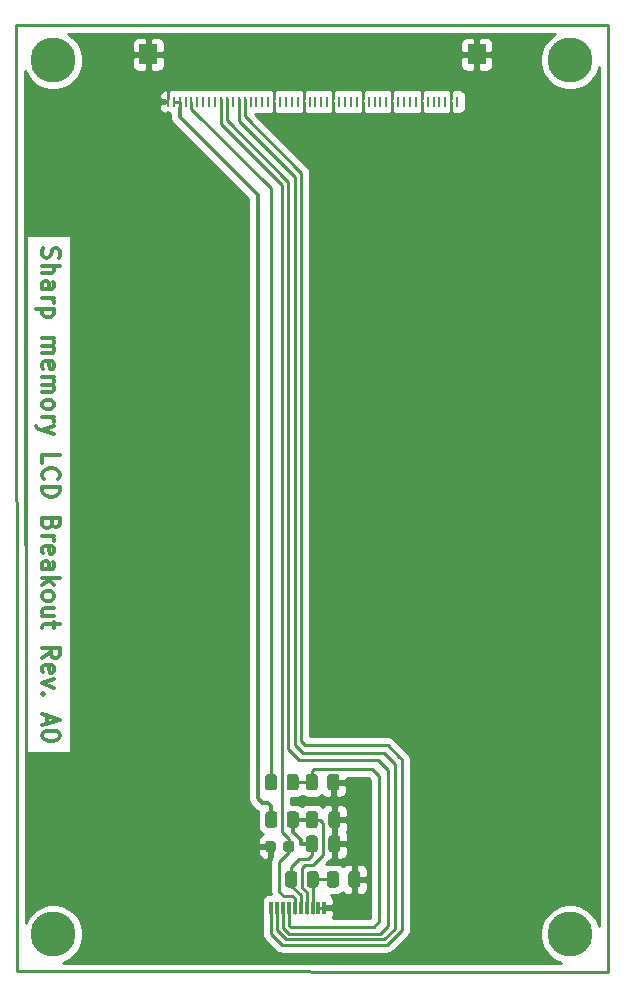
<source format=gbr>
%TF.GenerationSoftware,KiCad,Pcbnew,5.1.7-a382d34a8~87~ubuntu16.04.1*%
%TF.CreationDate,2020-11-09T07:45:18+07:00*%
%TF.ProjectId,sama5d27_som1_ek-sharp_ls0xx_lcd-adapter,73616d61-3564-4323-975f-736f6d315f65,rev?*%
%TF.SameCoordinates,Original*%
%TF.FileFunction,Copper,L1,Top*%
%TF.FilePolarity,Positive*%
%FSLAX46Y46*%
G04 Gerber Fmt 4.6, Leading zero omitted, Abs format (unit mm)*
G04 Created by KiCad (PCBNEW 5.1.7-a382d34a8~87~ubuntu16.04.1) date 2020-11-09 07:45:18*
%MOMM*%
%LPD*%
G01*
G04 APERTURE LIST*
%TA.AperFunction,NonConductor*%
%ADD10C,0.300000*%
%TD*%
%TA.AperFunction,Profile*%
%ADD11C,0.250000*%
%TD*%
%TA.AperFunction,ComponentPad*%
%ADD12C,3.800000*%
%TD*%
%TA.AperFunction,SMDPad,CuDef*%
%ADD13R,1.524000X1.701800*%
%TD*%
%TA.AperFunction,SMDPad,CuDef*%
%ADD14R,0.254000X0.812800*%
%TD*%
%TA.AperFunction,SMDPad,CuDef*%
%ADD15R,0.304800X1.092200*%
%TD*%
%TA.AperFunction,ViaPad*%
%ADD16C,0.800000*%
%TD*%
%TA.AperFunction,Conductor*%
%ADD17C,0.250000*%
%TD*%
%TA.AperFunction,Conductor*%
%ADD18C,0.350000*%
%TD*%
%TA.AperFunction,Conductor*%
%ADD19C,0.254000*%
%TD*%
%TA.AperFunction,Conductor*%
%ADD20C,0.150000*%
%TD*%
G04 APERTURE END LIST*
D10*
X164642857Y-41392857D02*
X164571428Y-41607142D01*
X164571428Y-41964285D01*
X164642857Y-42107142D01*
X164714285Y-42178571D01*
X164857142Y-42250000D01*
X165000000Y-42250000D01*
X165142857Y-42178571D01*
X165214285Y-42107142D01*
X165285714Y-41964285D01*
X165357142Y-41678571D01*
X165428571Y-41535714D01*
X165500000Y-41464285D01*
X165642857Y-41392857D01*
X165785714Y-41392857D01*
X165928571Y-41464285D01*
X166000000Y-41535714D01*
X166071428Y-41678571D01*
X166071428Y-42035714D01*
X166000000Y-42250000D01*
X164571428Y-42892857D02*
X166071428Y-42892857D01*
X164571428Y-43535714D02*
X165357142Y-43535714D01*
X165500000Y-43464285D01*
X165571428Y-43321428D01*
X165571428Y-43107142D01*
X165500000Y-42964285D01*
X165428571Y-42892857D01*
X164571428Y-44892857D02*
X165357142Y-44892857D01*
X165500000Y-44821428D01*
X165571428Y-44678571D01*
X165571428Y-44392857D01*
X165500000Y-44250000D01*
X164642857Y-44892857D02*
X164571428Y-44750000D01*
X164571428Y-44392857D01*
X164642857Y-44250000D01*
X164785714Y-44178571D01*
X164928571Y-44178571D01*
X165071428Y-44250000D01*
X165142857Y-44392857D01*
X165142857Y-44750000D01*
X165214285Y-44892857D01*
X164571428Y-45607142D02*
X165571428Y-45607142D01*
X165285714Y-45607142D02*
X165428571Y-45678571D01*
X165500000Y-45750000D01*
X165571428Y-45892857D01*
X165571428Y-46035714D01*
X165571428Y-46535714D02*
X164071428Y-46535714D01*
X165500000Y-46535714D02*
X165571428Y-46678571D01*
X165571428Y-46964285D01*
X165500000Y-47107142D01*
X165428571Y-47178571D01*
X165285714Y-47250000D01*
X164857142Y-47250000D01*
X164714285Y-47178571D01*
X164642857Y-47107142D01*
X164571428Y-46964285D01*
X164571428Y-46678571D01*
X164642857Y-46535714D01*
X164571428Y-49035714D02*
X165571428Y-49035714D01*
X165428571Y-49035714D02*
X165500000Y-49107142D01*
X165571428Y-49250000D01*
X165571428Y-49464285D01*
X165500000Y-49607142D01*
X165357142Y-49678571D01*
X164571428Y-49678571D01*
X165357142Y-49678571D02*
X165500000Y-49750000D01*
X165571428Y-49892857D01*
X165571428Y-50107142D01*
X165500000Y-50250000D01*
X165357142Y-50321428D01*
X164571428Y-50321428D01*
X164642857Y-51607142D02*
X164571428Y-51464285D01*
X164571428Y-51178571D01*
X164642857Y-51035714D01*
X164785714Y-50964285D01*
X165357142Y-50964285D01*
X165500000Y-51035714D01*
X165571428Y-51178571D01*
X165571428Y-51464285D01*
X165500000Y-51607142D01*
X165357142Y-51678571D01*
X165214285Y-51678571D01*
X165071428Y-50964285D01*
X164571428Y-52321428D02*
X165571428Y-52321428D01*
X165428571Y-52321428D02*
X165500000Y-52392857D01*
X165571428Y-52535714D01*
X165571428Y-52750000D01*
X165500000Y-52892857D01*
X165357142Y-52964285D01*
X164571428Y-52964285D01*
X165357142Y-52964285D02*
X165500000Y-53035714D01*
X165571428Y-53178571D01*
X165571428Y-53392857D01*
X165500000Y-53535714D01*
X165357142Y-53607142D01*
X164571428Y-53607142D01*
X164571428Y-54535714D02*
X164642857Y-54392857D01*
X164714285Y-54321428D01*
X164857142Y-54250000D01*
X165285714Y-54250000D01*
X165428571Y-54321428D01*
X165500000Y-54392857D01*
X165571428Y-54535714D01*
X165571428Y-54750000D01*
X165500000Y-54892857D01*
X165428571Y-54964285D01*
X165285714Y-55035714D01*
X164857142Y-55035714D01*
X164714285Y-54964285D01*
X164642857Y-54892857D01*
X164571428Y-54750000D01*
X164571428Y-54535714D01*
X164571428Y-55678571D02*
X165571428Y-55678571D01*
X165285714Y-55678571D02*
X165428571Y-55750000D01*
X165500000Y-55821428D01*
X165571428Y-55964285D01*
X165571428Y-56107142D01*
X165571428Y-56464285D02*
X164571428Y-56821428D01*
X165571428Y-57178571D02*
X164571428Y-56821428D01*
X164214285Y-56678571D01*
X164142857Y-56607142D01*
X164071428Y-56464285D01*
X164571428Y-59607142D02*
X164571428Y-58892857D01*
X166071428Y-58892857D01*
X164714285Y-60964285D02*
X164642857Y-60892857D01*
X164571428Y-60678571D01*
X164571428Y-60535714D01*
X164642857Y-60321428D01*
X164785714Y-60178571D01*
X164928571Y-60107142D01*
X165214285Y-60035714D01*
X165428571Y-60035714D01*
X165714285Y-60107142D01*
X165857142Y-60178571D01*
X166000000Y-60321428D01*
X166071428Y-60535714D01*
X166071428Y-60678571D01*
X166000000Y-60892857D01*
X165928571Y-60964285D01*
X164571428Y-61607142D02*
X166071428Y-61607142D01*
X166071428Y-61964285D01*
X166000000Y-62178571D01*
X165857142Y-62321428D01*
X165714285Y-62392857D01*
X165428571Y-62464285D01*
X165214285Y-62464285D01*
X164928571Y-62392857D01*
X164785714Y-62321428D01*
X164642857Y-62178571D01*
X164571428Y-61964285D01*
X164571428Y-61607142D01*
X165357142Y-64750000D02*
X165285714Y-64964285D01*
X165214285Y-65035714D01*
X165071428Y-65107142D01*
X164857142Y-65107142D01*
X164714285Y-65035714D01*
X164642857Y-64964285D01*
X164571428Y-64821428D01*
X164571428Y-64250000D01*
X166071428Y-64250000D01*
X166071428Y-64750000D01*
X166000000Y-64892857D01*
X165928571Y-64964285D01*
X165785714Y-65035714D01*
X165642857Y-65035714D01*
X165500000Y-64964285D01*
X165428571Y-64892857D01*
X165357142Y-64750000D01*
X165357142Y-64250000D01*
X164571428Y-65750000D02*
X165571428Y-65750000D01*
X165285714Y-65750000D02*
X165428571Y-65821428D01*
X165500000Y-65892857D01*
X165571428Y-66035714D01*
X165571428Y-66178571D01*
X164642857Y-67250000D02*
X164571428Y-67107142D01*
X164571428Y-66821428D01*
X164642857Y-66678571D01*
X164785714Y-66607142D01*
X165357142Y-66607142D01*
X165500000Y-66678571D01*
X165571428Y-66821428D01*
X165571428Y-67107142D01*
X165500000Y-67250000D01*
X165357142Y-67321428D01*
X165214285Y-67321428D01*
X165071428Y-66607142D01*
X164571428Y-68607142D02*
X165357142Y-68607142D01*
X165500000Y-68535714D01*
X165571428Y-68392857D01*
X165571428Y-68107142D01*
X165500000Y-67964285D01*
X164642857Y-68607142D02*
X164571428Y-68464285D01*
X164571428Y-68107142D01*
X164642857Y-67964285D01*
X164785714Y-67892857D01*
X164928571Y-67892857D01*
X165071428Y-67964285D01*
X165142857Y-68107142D01*
X165142857Y-68464285D01*
X165214285Y-68607142D01*
X164571428Y-69321428D02*
X166071428Y-69321428D01*
X165142857Y-69464285D02*
X164571428Y-69892857D01*
X165571428Y-69892857D02*
X165000000Y-69321428D01*
X164571428Y-70750000D02*
X164642857Y-70607142D01*
X164714285Y-70535714D01*
X164857142Y-70464285D01*
X165285714Y-70464285D01*
X165428571Y-70535714D01*
X165500000Y-70607142D01*
X165571428Y-70750000D01*
X165571428Y-70964285D01*
X165500000Y-71107142D01*
X165428571Y-71178571D01*
X165285714Y-71250000D01*
X164857142Y-71250000D01*
X164714285Y-71178571D01*
X164642857Y-71107142D01*
X164571428Y-70964285D01*
X164571428Y-70750000D01*
X165571428Y-72535714D02*
X164571428Y-72535714D01*
X165571428Y-71892857D02*
X164785714Y-71892857D01*
X164642857Y-71964285D01*
X164571428Y-72107142D01*
X164571428Y-72321428D01*
X164642857Y-72464285D01*
X164714285Y-72535714D01*
X165571428Y-73035714D02*
X165571428Y-73607142D01*
X166071428Y-73250000D02*
X164785714Y-73250000D01*
X164642857Y-73321428D01*
X164571428Y-73464285D01*
X164571428Y-73607142D01*
X164571428Y-76107142D02*
X165285714Y-75607142D01*
X164571428Y-75250000D02*
X166071428Y-75250000D01*
X166071428Y-75821428D01*
X166000000Y-75964285D01*
X165928571Y-76035714D01*
X165785714Y-76107142D01*
X165571428Y-76107142D01*
X165428571Y-76035714D01*
X165357142Y-75964285D01*
X165285714Y-75821428D01*
X165285714Y-75250000D01*
X164642857Y-77321428D02*
X164571428Y-77178571D01*
X164571428Y-76892857D01*
X164642857Y-76750000D01*
X164785714Y-76678571D01*
X165357142Y-76678571D01*
X165500000Y-76750000D01*
X165571428Y-76892857D01*
X165571428Y-77178571D01*
X165500000Y-77321428D01*
X165357142Y-77392857D01*
X165214285Y-77392857D01*
X165071428Y-76678571D01*
X165571428Y-77892857D02*
X164571428Y-78250000D01*
X165571428Y-78607142D01*
X164714285Y-79178571D02*
X164642857Y-79250000D01*
X164571428Y-79178571D01*
X164642857Y-79107142D01*
X164714285Y-79178571D01*
X164571428Y-79178571D01*
X165000000Y-80964285D02*
X165000000Y-81678571D01*
X164571428Y-80821428D02*
X166071428Y-81321428D01*
X164571428Y-81821428D01*
X166071428Y-82607142D02*
X166071428Y-82750000D01*
X166000000Y-82892857D01*
X165928571Y-82964285D01*
X165785714Y-83035714D01*
X165500000Y-83107142D01*
X165142857Y-83107142D01*
X164857142Y-83035714D01*
X164714285Y-82964285D01*
X164642857Y-82892857D01*
X164571428Y-82750000D01*
X164571428Y-82607142D01*
X164642857Y-82464285D01*
X164714285Y-82392857D01*
X164857142Y-82321428D01*
X165142857Y-82250000D01*
X165500000Y-82250000D01*
X165785714Y-82321428D01*
X165928571Y-82392857D01*
X166000000Y-82464285D01*
X166071428Y-82607142D01*
D11*
X162400000Y-102650000D02*
X162375000Y-22525000D01*
X212450000Y-102675000D02*
X162400000Y-102650000D01*
X212475000Y-22525000D02*
X212450000Y-102675000D01*
X162375000Y-22525000D02*
X212475000Y-22525000D01*
D12*
%TO.P,REF\u002A\u002A,1*%
%TO.N,N/C*%
X209250000Y-99500000D03*
%TD*%
%TO.P,REF\u002A\u002A,1*%
%TO.N,N/C*%
X165500000Y-99500000D03*
%TD*%
%TO.P,REF\u002A\u002A,1*%
%TO.N,N/C*%
X209250000Y-25500000D03*
%TD*%
%TO.P,REF\u002A\u002A,1*%
%TO.N,N/C*%
X165500000Y-25500000D03*
%TD*%
%TO.P,C2,2*%
%TO.N,GND*%
%TA.AperFunction,SMDPad,CuDef*%
G36*
G01*
X188800000Y-90275000D02*
X188800000Y-89325000D01*
G75*
G02*
X189050000Y-89075000I250000J0D01*
G01*
X189550000Y-89075000D01*
G75*
G02*
X189800000Y-89325000I0J-250000D01*
G01*
X189800000Y-90275000D01*
G75*
G02*
X189550000Y-90525000I-250000J0D01*
G01*
X189050000Y-90525000D01*
G75*
G02*
X188800000Y-90275000I0J250000D01*
G01*
G37*
%TD.AperFunction*%
%TO.P,C2,1*%
%TO.N,+5V*%
%TA.AperFunction,SMDPad,CuDef*%
G36*
G01*
X186900000Y-90275000D02*
X186900000Y-89325000D01*
G75*
G02*
X187150000Y-89075000I250000J0D01*
G01*
X187650000Y-89075000D01*
G75*
G02*
X187900000Y-89325000I0J-250000D01*
G01*
X187900000Y-90275000D01*
G75*
G02*
X187650000Y-90525000I-250000J0D01*
G01*
X187150000Y-90525000D01*
G75*
G02*
X186900000Y-90275000I0J250000D01*
G01*
G37*
%TD.AperFunction*%
%TD*%
%TO.P,R2,2*%
%TO.N,+5V*%
%TA.AperFunction,SMDPad,CuDef*%
G36*
G01*
X186150000Y-94399998D02*
X186150000Y-95300002D01*
G75*
G02*
X185900002Y-95550000I-249998J0D01*
G01*
X185374998Y-95550000D01*
G75*
G02*
X185125000Y-95300002I0J249998D01*
G01*
X185125000Y-94399998D01*
G75*
G02*
X185374998Y-94150000I249998J0D01*
G01*
X185900002Y-94150000D01*
G75*
G02*
X186150000Y-94399998I0J-249998D01*
G01*
G37*
%TD.AperFunction*%
%TO.P,R2,1*%
%TO.N,/EXTMODE*%
%TA.AperFunction,SMDPad,CuDef*%
G36*
G01*
X187975000Y-94399998D02*
X187975000Y-95300002D01*
G75*
G02*
X187725002Y-95550000I-249998J0D01*
G01*
X187199998Y-95550000D01*
G75*
G02*
X186950000Y-95300002I0J249998D01*
G01*
X186950000Y-94399998D01*
G75*
G02*
X187199998Y-94150000I249998J0D01*
G01*
X187725002Y-94150000D01*
G75*
G02*
X187975000Y-94399998I0J-249998D01*
G01*
G37*
%TD.AperFunction*%
%TD*%
%TO.P,C1,1*%
%TO.N,/LCD_DISP_DISP*%
%TA.AperFunction,SMDPad,CuDef*%
G36*
G01*
X185885000Y-91820000D02*
X185885000Y-92320000D01*
G75*
G02*
X185660000Y-92545000I-225000J0D01*
G01*
X185210000Y-92545000D01*
G75*
G02*
X184985000Y-92320000I0J225000D01*
G01*
X184985000Y-91820000D01*
G75*
G02*
X185210000Y-91595000I225000J0D01*
G01*
X185660000Y-91595000D01*
G75*
G02*
X185885000Y-91820000I0J-225000D01*
G01*
G37*
%TD.AperFunction*%
%TO.P,C1,2*%
%TO.N,GND*%
%TA.AperFunction,SMDPad,CuDef*%
G36*
G01*
X184335000Y-91820000D02*
X184335000Y-92320000D01*
G75*
G02*
X184110000Y-92545000I-225000J0D01*
G01*
X183660000Y-92545000D01*
G75*
G02*
X183435000Y-92320000I0J225000D01*
G01*
X183435000Y-91820000D01*
G75*
G02*
X183660000Y-91595000I225000J0D01*
G01*
X184110000Y-91595000D01*
G75*
G02*
X184335000Y-91820000I0J-225000D01*
G01*
G37*
%TD.AperFunction*%
%TD*%
%TO.P,C3,1*%
%TO.N,+5V*%
%TA.AperFunction,SMDPad,CuDef*%
G36*
G01*
X186900000Y-92325000D02*
X186900000Y-91375000D01*
G75*
G02*
X187150000Y-91125000I250000J0D01*
G01*
X187650000Y-91125000D01*
G75*
G02*
X187900000Y-91375000I0J-250000D01*
G01*
X187900000Y-92325000D01*
G75*
G02*
X187650000Y-92575000I-250000J0D01*
G01*
X187150000Y-92575000D01*
G75*
G02*
X186900000Y-92325000I0J250000D01*
G01*
G37*
%TD.AperFunction*%
%TO.P,C3,2*%
%TO.N,GND*%
%TA.AperFunction,SMDPad,CuDef*%
G36*
G01*
X188800000Y-92325000D02*
X188800000Y-91375000D01*
G75*
G02*
X189050000Y-91125000I250000J0D01*
G01*
X189550000Y-91125000D01*
G75*
G02*
X189800000Y-91375000I0J-250000D01*
G01*
X189800000Y-92325000D01*
G75*
G02*
X189550000Y-92575000I-250000J0D01*
G01*
X189050000Y-92575000D01*
G75*
G02*
X188800000Y-92325000I0J250000D01*
G01*
G37*
%TD.AperFunction*%
%TD*%
D13*
%TO.P,J1,52*%
%TO.N,GND*%
X201356500Y-24987900D03*
%TO.P,J1,51*%
X173543500Y-24987900D03*
D14*
%TO.P,J1,50*%
X175200002Y-29001100D03*
%TO.P,J1,49*%
%TO.N,/5V*%
X175700001Y-29001100D03*
%TO.P,J1,48*%
X176200002Y-29001100D03*
%TO.P,J1,47*%
%TO.N,/NRST*%
X176700001Y-29001100D03*
%TO.P,J1,46*%
%TO.N,/LCD_PWM*%
X177200000Y-29001100D03*
%TO.P,J1,45*%
%TO.N,/IRQ2*%
X177700002Y-29001100D03*
%TO.P,J1,44*%
%TO.N,/IRQ1*%
X178200001Y-29001100D03*
%TO.P,J1,43*%
%TO.N,/TWCK_LCD*%
X178700000Y-29001100D03*
%TO.P,J1,42*%
%TO.N,/TWD_LCD*%
X179200001Y-29001100D03*
%TO.P,J1,41*%
%TO.N,/LCD_DISP_DISP*%
X179700000Y-29001100D03*
%TO.P,J1,40*%
%TO.N,/SPI0_NPCS0_SCS*%
X180200002Y-29001100D03*
%TO.P,J1,39*%
%TO.N,/SPI0_MISO*%
X180700001Y-29001100D03*
%TO.P,J1,38*%
%TO.N,/SPI0_MOSI_SI*%
X181200000Y-29001100D03*
%TO.P,J1,37*%
%TO.N,/SPI0_SPCK_SCK*%
X181700001Y-29001100D03*
%TO.P,J1,36*%
%TO.N,/LCD_EN*%
X182200000Y-29001100D03*
%TO.P,J1,35*%
%TO.N,/LCD_HSYNC*%
X182700002Y-29001100D03*
%TO.P,J1,34*%
%TO.N,/LCD_VSYNC*%
X183200001Y-29001100D03*
%TO.P,J1,33*%
%TO.N,/LCD_PCK*%
X183700000Y-29001100D03*
%TO.P,J1,32*%
%TO.N,GND*%
X184200001Y-29001100D03*
%TO.P,J1,31*%
%TO.N,/LCD_DAT23*%
X184700000Y-29001100D03*
%TO.P,J1,30*%
%TO.N,/LCD_DAT22*%
X185200002Y-29001100D03*
%TO.P,J1,29*%
%TO.N,/LCD_DAT21*%
X185700001Y-29001100D03*
%TO.P,J1,28*%
%TO.N,/LCD_DAT20*%
X186200000Y-29001100D03*
%TO.P,J1,27*%
%TO.N,GND*%
X186700002Y-29001100D03*
%TO.P,J1,26*%
%TO.N,/LCD_DAT19*%
X187200000Y-29001100D03*
%TO.P,J1,25*%
%TO.N,/LCD_DAT18*%
X187700002Y-29001100D03*
%TO.P,J1,24*%
%TO.N,/LCD_DAT17*%
X188200001Y-29001100D03*
%TO.P,J1,23*%
%TO.N,/LCD_DAT16*%
X188700000Y-29001100D03*
%TO.P,J1,22*%
%TO.N,GND*%
X189200002Y-29001100D03*
%TO.P,J1,21*%
%TO.N,/LCD_DAT15*%
X189700001Y-29001100D03*
%TO.P,J1,20*%
%TO.N,/LCD_DAT14*%
X190200002Y-29001100D03*
%TO.P,J1,19*%
%TO.N,/LCD_DAT13*%
X190700001Y-29001100D03*
%TO.P,J1,18*%
%TO.N,/LCD_DAT12*%
X191200000Y-29001100D03*
%TO.P,J1,17*%
%TO.N,GND*%
X191700002Y-29001100D03*
%TO.P,J1,16*%
%TO.N,/LCD_DAT11*%
X192200001Y-29001100D03*
%TO.P,J1,15*%
%TO.N,/LCD_DAT10*%
X192700002Y-29001100D03*
%TO.P,J1,14*%
%TO.N,/LCD_DAT9*%
X193200001Y-29001100D03*
%TO.P,J1,13*%
%TO.N,/LCD_DAT8*%
X193700000Y-29001100D03*
%TO.P,J1,12*%
%TO.N,GND*%
X194200002Y-29001100D03*
%TO.P,J1,11*%
%TO.N,/LCD_DAT7*%
X194700001Y-29001100D03*
%TO.P,J1,10*%
%TO.N,/LCD_DAT6*%
X195200002Y-29001100D03*
%TO.P,J1,9*%
%TO.N,/LCD_DAT5*%
X195700001Y-29001100D03*
%TO.P,J1,8*%
%TO.N,/LCD_DAT4*%
X196200000Y-29001100D03*
%TO.P,J1,7*%
%TO.N,GND*%
X196700002Y-29001100D03*
%TO.P,J1,6*%
%TO.N,/LCD_DAT3*%
X197200001Y-29001100D03*
%TO.P,J1,5*%
%TO.N,/LCD_DAT2*%
X197700002Y-29001100D03*
%TO.P,J1,4*%
%TO.N,/LCD_DAT1*%
X198200001Y-29001100D03*
%TO.P,J1,3*%
%TO.N,/LCD_DAT0*%
X198700000Y-29001100D03*
%TO.P,J1,2*%
%TO.N,GND*%
X199200002Y-29001100D03*
%TO.P,J1,1*%
%TO.N,/PA17*%
X199700001Y-29001100D03*
%TD*%
D15*
%TO.P,J2,10*%
%TO.N,/SPI0_SPCK_SCK*%
X183949999Y-97250000D03*
%TO.P,J2,9*%
%TO.N,/SPI0_MOSI_SI*%
X184450001Y-97250000D03*
%TO.P,J2,8*%
%TO.N,/SPI0_NPCS0_SCS*%
X184950000Y-97250000D03*
%TO.P,J2,7*%
%TO.N,/EXTCOMIN*%
X185449999Y-97250000D03*
%TO.P,J2,6*%
%TO.N,/LCD_DISP_DISP*%
X185950000Y-97250000D03*
%TO.P,J2,5*%
%TO.N,+5V*%
X186449999Y-97250000D03*
%TO.P,J2,4*%
X186950001Y-97250000D03*
%TO.P,J2,3*%
%TO.N,/EXTMODE*%
X187450000Y-97250000D03*
%TO.P,J2,2*%
%TO.N,GND*%
X187949999Y-97250000D03*
%TO.P,J2,1*%
X188450001Y-97250000D03*
%TD*%
%TO.P,R3,2*%
%TO.N,GND*%
%TA.AperFunction,SMDPad,CuDef*%
G36*
G01*
X190487500Y-95300002D02*
X190487500Y-94399998D01*
G75*
G02*
X190737498Y-94150000I249998J0D01*
G01*
X191262502Y-94150000D01*
G75*
G02*
X191512500Y-94399998I0J-249998D01*
G01*
X191512500Y-95300002D01*
G75*
G02*
X191262502Y-95550000I-249998J0D01*
G01*
X190737498Y-95550000D01*
G75*
G02*
X190487500Y-95300002I0J249998D01*
G01*
G37*
%TD.AperFunction*%
%TO.P,R3,1*%
%TO.N,/EXTMODE*%
%TA.AperFunction,SMDPad,CuDef*%
G36*
G01*
X188662500Y-95300002D02*
X188662500Y-94399998D01*
G75*
G02*
X188912498Y-94150000I249998J0D01*
G01*
X189437502Y-94150000D01*
G75*
G02*
X189687500Y-94399998I0J-249998D01*
G01*
X189687500Y-95300002D01*
G75*
G02*
X189437502Y-95550000I-249998J0D01*
G01*
X188912498Y-95550000D01*
G75*
G02*
X188662500Y-95300002I0J249998D01*
G01*
G37*
%TD.AperFunction*%
%TD*%
%TO.P,R4,2*%
%TO.N,/LCD_PWM*%
%TA.AperFunction,SMDPad,CuDef*%
G36*
G01*
X184450000Y-86174998D02*
X184450000Y-87075002D01*
G75*
G02*
X184200002Y-87325000I-249998J0D01*
G01*
X183674998Y-87325000D01*
G75*
G02*
X183425000Y-87075002I0J249998D01*
G01*
X183425000Y-86174998D01*
G75*
G02*
X183674998Y-85925000I249998J0D01*
G01*
X184200002Y-85925000D01*
G75*
G02*
X184450000Y-86174998I0J-249998D01*
G01*
G37*
%TD.AperFunction*%
%TO.P,R4,1*%
%TO.N,/EXTCOMIN*%
%TA.AperFunction,SMDPad,CuDef*%
G36*
G01*
X186275000Y-86174998D02*
X186275000Y-87075002D01*
G75*
G02*
X186025002Y-87325000I-249998J0D01*
G01*
X185499998Y-87325000D01*
G75*
G02*
X185250000Y-87075002I0J249998D01*
G01*
X185250000Y-86174998D01*
G75*
G02*
X185499998Y-85925000I249998J0D01*
G01*
X186025002Y-85925000D01*
G75*
G02*
X186275000Y-86174998I0J-249998D01*
G01*
G37*
%TD.AperFunction*%
%TD*%
%TO.P,R5,1*%
%TO.N,/EXTCOMIN*%
%TA.AperFunction,SMDPad,CuDef*%
G36*
G01*
X186875000Y-87075002D02*
X186875000Y-86174998D01*
G75*
G02*
X187124998Y-85925000I249998J0D01*
G01*
X187650002Y-85925000D01*
G75*
G02*
X187900000Y-86174998I0J-249998D01*
G01*
X187900000Y-87075002D01*
G75*
G02*
X187650002Y-87325000I-249998J0D01*
G01*
X187124998Y-87325000D01*
G75*
G02*
X186875000Y-87075002I0J249998D01*
G01*
G37*
%TD.AperFunction*%
%TO.P,R5,2*%
%TO.N,GND*%
%TA.AperFunction,SMDPad,CuDef*%
G36*
G01*
X188700000Y-87075002D02*
X188700000Y-86174998D01*
G75*
G02*
X188949998Y-85925000I249998J0D01*
G01*
X189475002Y-85925000D01*
G75*
G02*
X189725000Y-86174998I0J-249998D01*
G01*
X189725000Y-87075002D01*
G75*
G02*
X189475002Y-87325000I-249998J0D01*
G01*
X188949998Y-87325000D01*
G75*
G02*
X188700000Y-87075002I0J249998D01*
G01*
G37*
%TD.AperFunction*%
%TD*%
%TO.P,R1,1*%
%TO.N,+5V*%
%TA.AperFunction,SMDPad,CuDef*%
G36*
G01*
X186295000Y-89339998D02*
X186295000Y-90240002D01*
G75*
G02*
X186045002Y-90490000I-249998J0D01*
G01*
X185519998Y-90490000D01*
G75*
G02*
X185270000Y-90240002I0J249998D01*
G01*
X185270000Y-89339998D01*
G75*
G02*
X185519998Y-89090000I249998J0D01*
G01*
X186045002Y-89090000D01*
G75*
G02*
X186295000Y-89339998I0J-249998D01*
G01*
G37*
%TD.AperFunction*%
%TO.P,R1,2*%
%TO.N,/5V*%
%TA.AperFunction,SMDPad,CuDef*%
G36*
G01*
X184470000Y-89339998D02*
X184470000Y-90240002D01*
G75*
G02*
X184220002Y-90490000I-249998J0D01*
G01*
X183694998Y-90490000D01*
G75*
G02*
X183445000Y-90240002I0J249998D01*
G01*
X183445000Y-89339998D01*
G75*
G02*
X183694998Y-89090000I249998J0D01*
G01*
X184220002Y-89090000D01*
G75*
G02*
X184470000Y-89339998I0J-249998D01*
G01*
G37*
%TD.AperFunction*%
%TD*%
D16*
%TO.N,GND*%
X191000000Y-86600000D03*
X198000000Y-86600000D03*
X190215000Y-97035000D03*
X180450000Y-88150000D03*
X186600000Y-88200000D03*
%TD*%
D17*
%TO.N,/LCD_DISP_DISP*%
X185950000Y-97700000D02*
X185950000Y-96903900D01*
X179700000Y-30900000D02*
X179700000Y-28751100D01*
X184850000Y-36050000D02*
X179700000Y-30900000D01*
X184850000Y-90500000D02*
X184850000Y-90880000D01*
X184850000Y-90500000D02*
X184850000Y-36050000D01*
X185435000Y-91465000D02*
X185435000Y-92070000D01*
X184850000Y-90880000D02*
X185435000Y-91465000D01*
X185750000Y-96250000D02*
X185950000Y-96450000D01*
X185435000Y-92070000D02*
X185435000Y-92565000D01*
X184650000Y-93350000D02*
X184650000Y-95900000D01*
X184650000Y-95900000D02*
X185000000Y-96250000D01*
X185435000Y-92565000D02*
X184650000Y-93350000D01*
X185950000Y-96450000D02*
X185950000Y-97250000D01*
X185000000Y-96250000D02*
X185750000Y-96250000D01*
%TO.N,GND*%
X201356500Y-24737900D02*
X201356500Y-24818500D01*
X199200002Y-26974998D02*
X199200002Y-28751100D01*
X196700002Y-28751100D02*
X196700002Y-26975002D01*
X196700006Y-26974998D02*
X199200002Y-26974998D01*
X196700002Y-26975002D02*
X196700006Y-26974998D01*
X194200002Y-28751100D02*
X194200002Y-26975002D01*
X194200002Y-26975002D02*
X196700002Y-26975002D01*
X191700002Y-28751100D02*
X191700002Y-26975002D01*
X191700002Y-26975002D02*
X194200002Y-26975002D01*
X189200002Y-28751100D02*
X189200002Y-26975002D01*
X189200002Y-26975002D02*
X191700002Y-26975002D01*
X186700002Y-28751100D02*
X186700002Y-26975002D01*
X186700002Y-26975002D02*
X189200002Y-26975002D01*
X186700000Y-26975000D02*
X186700002Y-26975002D01*
X184200001Y-28751100D02*
X184200000Y-26975000D01*
X184200000Y-26975000D02*
X186700000Y-26975000D01*
X184200000Y-26975000D02*
X175200000Y-26975000D01*
X175200000Y-28751098D02*
X175200002Y-28751100D01*
X175200000Y-26975000D02*
X175200000Y-28751098D01*
X173543500Y-24737900D02*
X173543500Y-25318500D01*
X191000000Y-94850000D02*
X191000000Y-96250000D01*
X191000000Y-96250000D02*
X190215000Y-97035000D01*
X183800000Y-91850000D02*
X183750000Y-91900000D01*
X191000000Y-91850000D02*
X191000000Y-94850000D01*
X191000000Y-91850000D02*
X191000000Y-90500000D01*
X190950000Y-89100000D02*
X191000000Y-89150000D01*
X196700000Y-29001102D02*
X196700002Y-29001100D01*
X199200000Y-30450000D02*
X196700000Y-30450000D01*
X196700000Y-30450000D02*
X196700000Y-29001102D01*
X199200002Y-29001100D02*
X199200002Y-30449998D01*
X199200002Y-30449998D02*
X199200000Y-30450000D01*
X194200002Y-29001100D02*
X194200002Y-30349998D01*
X194200002Y-30349998D02*
X194200000Y-30350000D01*
X194200000Y-30350000D02*
X191700000Y-30350000D01*
X191700000Y-29001102D02*
X191700002Y-29001100D01*
X191700000Y-30350000D02*
X191700000Y-29001102D01*
X189200002Y-29001100D02*
X189200002Y-30549998D01*
X189200002Y-30549998D02*
X189200000Y-30550000D01*
X189200000Y-30550000D02*
X186700000Y-30550000D01*
X186700000Y-29001102D02*
X186700002Y-29001100D01*
X186700000Y-30550000D02*
X186700000Y-29001102D01*
X184200001Y-29001100D02*
X184200000Y-29657501D01*
X184200000Y-29657501D02*
X184200000Y-30500000D01*
X184250000Y-30550000D02*
X184200000Y-30500000D01*
X186700000Y-30550000D02*
X184250000Y-30550000D01*
X190215000Y-97035000D02*
X189550000Y-97700000D01*
X190012510Y-95917490D02*
X190022510Y-95917490D01*
X188450001Y-97250000D02*
X187949999Y-97250000D01*
X189110000Y-91840000D02*
X189100000Y-91850000D01*
X191000000Y-91850000D02*
X189300000Y-91850000D01*
X189300000Y-89800000D02*
X191000000Y-89800000D01*
X191000000Y-89150000D02*
X191000000Y-89800000D01*
X191000000Y-89800000D02*
X191000000Y-90500000D01*
%TO.N,+5V*%
X185637500Y-94850000D02*
X185637500Y-94612500D01*
X185637500Y-94850000D02*
X185637500Y-94712500D01*
X185637500Y-94850000D02*
X185637500Y-94662500D01*
X185650000Y-94837500D02*
X185637500Y-94850000D01*
X185637500Y-94850000D02*
X185637500Y-95137500D01*
X185637500Y-94850000D02*
X185637500Y-95387500D01*
X186449999Y-96199999D02*
X186449999Y-97250000D01*
X185637500Y-95387500D02*
X186449999Y-96199999D01*
X185637500Y-93762500D02*
X185637500Y-94850000D01*
X186300000Y-93100000D02*
X185637500Y-93762500D01*
X185792500Y-89800000D02*
X185782500Y-89790000D01*
X187390000Y-89790000D02*
X187400000Y-89800000D01*
D18*
X185782500Y-89790000D02*
X187390000Y-89790000D01*
D17*
X186300000Y-93100000D02*
X187050000Y-93100000D01*
X187400000Y-92750000D02*
X187400000Y-91850000D01*
X187050000Y-93100000D02*
X187400000Y-92750000D01*
X185782500Y-89790000D02*
X185782500Y-90232500D01*
D18*
X187400000Y-91850000D02*
X186500000Y-91850000D01*
X186500000Y-91850000D02*
X186500000Y-91550000D01*
X185782500Y-90832500D02*
X185782500Y-89790000D01*
X186500000Y-91550000D02*
X185782500Y-90832500D01*
D17*
X186540000Y-93910000D02*
X186540000Y-95540000D01*
X186850000Y-93600000D02*
X186540000Y-93910000D01*
X188100000Y-89800000D02*
X188350000Y-90050000D01*
X186540000Y-95540000D02*
X186950001Y-95950001D01*
X187400000Y-89800000D02*
X188100000Y-89800000D01*
X188350000Y-92750000D02*
X187500000Y-93600000D01*
X186950001Y-95950001D02*
X186950001Y-97700000D01*
X187500000Y-93600000D02*
X186850000Y-93600000D01*
X188350000Y-90050000D02*
X188350000Y-92750000D01*
%TO.N,/EXTMODE*%
X187450000Y-94862500D02*
X187462500Y-94850000D01*
X187450000Y-97700000D02*
X187450000Y-94862500D01*
X187462500Y-94850000D02*
X189137500Y-94850000D01*
%TO.N,/EXTCOMIN*%
X187387500Y-86625000D02*
X185762500Y-86625000D01*
X193100000Y-98400000D02*
X192624967Y-98875033D01*
X185575033Y-98875033D02*
X185449999Y-98749999D01*
X187387500Y-85662500D02*
X187550000Y-85500000D01*
X192624967Y-98875033D02*
X185575033Y-98875033D01*
X187387500Y-86625000D02*
X187387500Y-85662500D01*
X187550000Y-85500000D02*
X192500000Y-85500000D01*
X192500000Y-85500000D02*
X193100000Y-86100000D01*
X185449999Y-98749999D02*
X185449999Y-97250000D01*
X193100000Y-86100000D02*
X193100000Y-98400000D01*
%TO.N,/SPI0_SPCK_SCK*%
X181700001Y-28751100D02*
X181700001Y-30250001D01*
X195000000Y-84700000D02*
X195000000Y-99136410D01*
X181700001Y-30250001D02*
X186500000Y-35050000D01*
X194750022Y-84450022D02*
X195000000Y-84700000D01*
X186500000Y-83150000D02*
X186850000Y-83500000D01*
X186500000Y-35050000D02*
X186500000Y-83150000D01*
X194750022Y-84449978D02*
X194750022Y-84450022D01*
X193800044Y-83500000D02*
X194750022Y-84449978D01*
X186850000Y-83500000D02*
X193800044Y-83500000D01*
X184825000Y-100375000D02*
X193761410Y-100375000D01*
X183949999Y-97250000D02*
X183949999Y-99499999D01*
X193761410Y-100375000D02*
X195000000Y-99136410D01*
X183949999Y-99499999D02*
X184825000Y-100375000D01*
%TO.N,/SPI0_MOSI_SI*%
X193468205Y-84118205D02*
X194400000Y-85050000D01*
X181200000Y-30650000D02*
X185950000Y-35400000D01*
X185950000Y-35400000D02*
X185950000Y-83450000D01*
X185950000Y-83450000D02*
X186618205Y-84118205D01*
X181200000Y-28751100D02*
X181200000Y-30650000D01*
X186618205Y-84118205D02*
X193468205Y-84118205D01*
X194400000Y-85050000D02*
X194400000Y-98400000D01*
X194400000Y-98400000D02*
X194400000Y-98850000D01*
X194400000Y-98900000D02*
X194400000Y-98400000D01*
X184450001Y-99150001D02*
X185224989Y-99924989D01*
X184450001Y-97250000D02*
X184450001Y-99150001D01*
X185224989Y-99924989D02*
X193525011Y-99924989D01*
X193525011Y-99924989D02*
X194400000Y-99050000D01*
X194400000Y-99050000D02*
X194400000Y-98900000D01*
%TO.N,/SPI0_NPCS0_SCS*%
X180200002Y-28751100D02*
X180200002Y-29249998D01*
X180200002Y-29249998D02*
X180200002Y-29724998D01*
X184950000Y-99000000D02*
X184950000Y-97250000D01*
X193800011Y-98799989D02*
X193125022Y-99474978D01*
X193125022Y-99474978D02*
X185424978Y-99474978D01*
X193000020Y-84750020D02*
X193800011Y-85550011D01*
X180200002Y-30600002D02*
X185400000Y-35800000D01*
X180200002Y-29249998D02*
X180200002Y-30600002D01*
X193800011Y-85550011D02*
X193800011Y-98799989D01*
X185400000Y-35800000D02*
X185400000Y-83850000D01*
X185424978Y-99474978D02*
X184950000Y-99000000D01*
X186300020Y-84750020D02*
X193000020Y-84750020D01*
X185400000Y-83850000D02*
X186300020Y-84750020D01*
%TO.N,/LCD_PWM*%
X183937500Y-36337500D02*
X177200000Y-29600000D01*
X183937500Y-86625000D02*
X183937500Y-36337500D01*
X177200000Y-29001100D02*
X177200000Y-29600000D01*
D18*
%TO.N,/5V*%
X182800000Y-36899996D02*
X176200002Y-30299998D01*
D17*
X176200002Y-29001100D02*
X175700001Y-29001100D01*
D18*
X176200002Y-30299998D02*
X176200002Y-29500002D01*
D17*
X176200002Y-29500002D02*
X176200002Y-29001100D01*
D18*
X183957500Y-89790000D02*
X183957500Y-88657500D01*
X183957500Y-88657500D02*
X183650000Y-88350000D01*
X183150000Y-88350000D02*
X182800000Y-88000000D01*
X183650000Y-88350000D02*
X183150000Y-88350000D01*
X182800000Y-88000000D02*
X182800000Y-36899996D01*
%TD*%
D19*
%TO.N,GND*%
X207634032Y-23530937D02*
X207280937Y-23884032D01*
X207003512Y-24299227D01*
X206812418Y-24760568D01*
X206715000Y-25250324D01*
X206715000Y-25749676D01*
X206812418Y-26239432D01*
X207003512Y-26700773D01*
X207280937Y-27115968D01*
X207634032Y-27469063D01*
X208049227Y-27746488D01*
X208510568Y-27937582D01*
X209000324Y-28035000D01*
X209499676Y-28035000D01*
X209989432Y-27937582D01*
X210450773Y-27746488D01*
X210865968Y-27469063D01*
X211219063Y-27115968D01*
X211496488Y-26700773D01*
X211687582Y-26239432D01*
X211713883Y-26107207D01*
X211691216Y-98778837D01*
X211687582Y-98760568D01*
X211496488Y-98299227D01*
X211219063Y-97884032D01*
X210865968Y-97530937D01*
X210450773Y-97253512D01*
X209989432Y-97062418D01*
X209499676Y-96965000D01*
X209000324Y-96965000D01*
X208510568Y-97062418D01*
X208049227Y-97253512D01*
X207634032Y-97530937D01*
X207280937Y-97884032D01*
X207003512Y-98299227D01*
X206812418Y-98760568D01*
X206715000Y-99250324D01*
X206715000Y-99749676D01*
X206812418Y-100239432D01*
X207003512Y-100700773D01*
X207280937Y-101115968D01*
X207634032Y-101469063D01*
X208049227Y-101746488D01*
X208451229Y-101913003D01*
X166349541Y-101891973D01*
X166700773Y-101746488D01*
X167115968Y-101469063D01*
X167469063Y-101115968D01*
X167746488Y-100700773D01*
X167937582Y-100239432D01*
X168035000Y-99749676D01*
X168035000Y-99250324D01*
X167937582Y-98760568D01*
X167746488Y-98299227D01*
X167469063Y-97884032D01*
X167115968Y-97530937D01*
X166700773Y-97253512D01*
X166239432Y-97062418D01*
X165749676Y-96965000D01*
X165250324Y-96965000D01*
X164760568Y-97062418D01*
X164299227Y-97253512D01*
X163884032Y-97530937D01*
X163530937Y-97884032D01*
X163253512Y-98299227D01*
X163158713Y-98528091D01*
X163156847Y-92545000D01*
X182796928Y-92545000D01*
X182809188Y-92669482D01*
X182845498Y-92789180D01*
X182904463Y-92899494D01*
X182983815Y-92996185D01*
X183080506Y-93075537D01*
X183190820Y-93134502D01*
X183310518Y-93170812D01*
X183435000Y-93183072D01*
X183599250Y-93180000D01*
X183758000Y-93021250D01*
X183758000Y-92197000D01*
X182958750Y-92197000D01*
X182800000Y-92355750D01*
X182796928Y-92545000D01*
X163156847Y-92545000D01*
X163140553Y-40322143D01*
X163220000Y-40322143D01*
X163220000Y-84177857D01*
X167040000Y-84177857D01*
X167040000Y-40322143D01*
X163220000Y-40322143D01*
X163140553Y-40322143D01*
X163136898Y-28608689D01*
X174435083Y-28608689D01*
X174438002Y-28715350D01*
X174596752Y-28874100D01*
X174934929Y-28874100D01*
X174934929Y-29128100D01*
X174596752Y-29128100D01*
X174438002Y-29286850D01*
X174435083Y-29393511D01*
X174444612Y-29518231D01*
X174478289Y-29638696D01*
X174534820Y-29750277D01*
X174612033Y-29848685D01*
X174706962Y-29930138D01*
X174815957Y-29991506D01*
X174934830Y-30030432D01*
X175041252Y-30042500D01*
X175178526Y-29905226D01*
X175218507Y-29938037D01*
X175295378Y-29979126D01*
X175358752Y-30042500D01*
X175390002Y-30038956D01*
X175390002Y-30260210D01*
X175386083Y-30299998D01*
X175390002Y-30339786D01*
X175390002Y-30339788D01*
X175401722Y-30458785D01*
X175448039Y-30611470D01*
X175448040Y-30611471D01*
X175523253Y-30752187D01*
X175554287Y-30790002D01*
X175624474Y-30875526D01*
X175655390Y-30900898D01*
X181990001Y-37235510D01*
X181990000Y-87960212D01*
X181986081Y-88000000D01*
X181990000Y-88039788D01*
X181990000Y-88039790D01*
X182001720Y-88158787D01*
X182048037Y-88311472D01*
X182048038Y-88311473D01*
X182123251Y-88452189D01*
X182124731Y-88453992D01*
X182224472Y-88575528D01*
X182255388Y-88600900D01*
X182549100Y-88894612D01*
X182574472Y-88925528D01*
X182697811Y-89026749D01*
X182838527Y-89101963D01*
X182843212Y-89103384D01*
X182823992Y-89166744D01*
X182806928Y-89339998D01*
X182806928Y-90240002D01*
X182823992Y-90413256D01*
X182874528Y-90579852D01*
X182956595Y-90733387D01*
X183067038Y-90867962D01*
X183201613Y-90978405D01*
X183230041Y-90993600D01*
X183190820Y-91005498D01*
X183080506Y-91064463D01*
X182983815Y-91143815D01*
X182904463Y-91240506D01*
X182845498Y-91350820D01*
X182809188Y-91470518D01*
X182796928Y-91595000D01*
X182800000Y-91784250D01*
X182958750Y-91943000D01*
X183758000Y-91943000D01*
X183758000Y-91923000D01*
X184012000Y-91923000D01*
X184012000Y-91943000D01*
X184032000Y-91943000D01*
X184032000Y-92197000D01*
X184012000Y-92197000D01*
X184012000Y-92931385D01*
X183944882Y-93056954D01*
X183944454Y-93057754D01*
X183900997Y-93201015D01*
X183890000Y-93312668D01*
X183890000Y-93312678D01*
X183886324Y-93350000D01*
X183890000Y-93387323D01*
X183890001Y-95862668D01*
X183886324Y-95900000D01*
X183900998Y-96048985D01*
X183906107Y-96065828D01*
X183797599Y-96065828D01*
X183673117Y-96078088D01*
X183553419Y-96114398D01*
X183443105Y-96173363D01*
X183346414Y-96252715D01*
X183267062Y-96349406D01*
X183208097Y-96459720D01*
X183171787Y-96579418D01*
X183159527Y-96703900D01*
X183159527Y-97796100D01*
X183171787Y-97920582D01*
X183189999Y-97980620D01*
X183190000Y-99462667D01*
X183186323Y-99499999D01*
X183190000Y-99537332D01*
X183200997Y-99648985D01*
X183211914Y-99684974D01*
X183244453Y-99792245D01*
X183315025Y-99924275D01*
X183386200Y-100011001D01*
X183409999Y-100040000D01*
X183438997Y-100063798D01*
X184261201Y-100886003D01*
X184284999Y-100915001D01*
X184400724Y-101009974D01*
X184532753Y-101080546D01*
X184676014Y-101124003D01*
X184787667Y-101135000D01*
X184787676Y-101135000D01*
X184824999Y-101138676D01*
X184862322Y-101135000D01*
X193724088Y-101135000D01*
X193761410Y-101138676D01*
X193798732Y-101135000D01*
X193798743Y-101135000D01*
X193910396Y-101124003D01*
X194053657Y-101080546D01*
X194185686Y-101009974D01*
X194301411Y-100915001D01*
X194325214Y-100885997D01*
X195511003Y-99700209D01*
X195540001Y-99676411D01*
X195634974Y-99560686D01*
X195705546Y-99428657D01*
X195749003Y-99285396D01*
X195760000Y-99173743D01*
X195760000Y-99173735D01*
X195763676Y-99136410D01*
X195760000Y-99099085D01*
X195760000Y-84737322D01*
X195763676Y-84699999D01*
X195760000Y-84662676D01*
X195760000Y-84662667D01*
X195749003Y-84551014D01*
X195705546Y-84407753D01*
X195634974Y-84275724D01*
X195540001Y-84159999D01*
X195510998Y-84136197D01*
X195314027Y-83939226D01*
X195290023Y-83909977D01*
X195261026Y-83886180D01*
X194363848Y-82989002D01*
X194340045Y-82959999D01*
X194224320Y-82865026D01*
X194092291Y-82794454D01*
X193949030Y-82750997D01*
X193837377Y-82740000D01*
X193837366Y-82740000D01*
X193800044Y-82736324D01*
X193762722Y-82740000D01*
X187260000Y-82740000D01*
X187260000Y-35087325D01*
X187263676Y-35050000D01*
X187260000Y-35012675D01*
X187260000Y-35012667D01*
X187249003Y-34901014D01*
X187205546Y-34757753D01*
X187134974Y-34625724D01*
X187040001Y-34509999D01*
X187011004Y-34486202D01*
X182570086Y-30045285D01*
X182573002Y-30045572D01*
X182827002Y-30045572D01*
X182950002Y-30033458D01*
X183073001Y-30045572D01*
X183327001Y-30045572D01*
X183450001Y-30033458D01*
X183573000Y-30045572D01*
X183827000Y-30045572D01*
X183951482Y-30033312D01*
X183953861Y-30032590D01*
X184041251Y-30042500D01*
X184104627Y-29979124D01*
X184181494Y-29938037D01*
X184200000Y-29922850D01*
X184218506Y-29938037D01*
X184295377Y-29979126D01*
X184358751Y-30042500D01*
X184446139Y-30032590D01*
X184448518Y-30033312D01*
X184573000Y-30045572D01*
X184827000Y-30045572D01*
X184950001Y-30033458D01*
X185073002Y-30045572D01*
X185327002Y-30045572D01*
X185450002Y-30033458D01*
X185573001Y-30045572D01*
X185827001Y-30045572D01*
X185950001Y-30033458D01*
X186073000Y-30045572D01*
X186327000Y-30045572D01*
X186451482Y-30033312D01*
X186453862Y-30032590D01*
X186541252Y-30042500D01*
X186604629Y-29979123D01*
X186681494Y-29938037D01*
X186700000Y-29922850D01*
X186718506Y-29938037D01*
X186795379Y-29979127D01*
X186858752Y-30042500D01*
X186946139Y-30032590D01*
X186948518Y-30033312D01*
X187073000Y-30045572D01*
X187327000Y-30045572D01*
X187450001Y-30033458D01*
X187573002Y-30045572D01*
X187827002Y-30045572D01*
X187950002Y-30033458D01*
X188073001Y-30045572D01*
X188327001Y-30045572D01*
X188450001Y-30033458D01*
X188573000Y-30045572D01*
X188827000Y-30045572D01*
X188951482Y-30033312D01*
X188953862Y-30032590D01*
X189041252Y-30042500D01*
X189104629Y-29979123D01*
X189181494Y-29938037D01*
X189200001Y-29922849D01*
X189218507Y-29938037D01*
X189295378Y-29979126D01*
X189358752Y-30042500D01*
X189446140Y-30032590D01*
X189448519Y-30033312D01*
X189573001Y-30045572D01*
X189827001Y-30045572D01*
X189950002Y-30033458D01*
X190073002Y-30045572D01*
X190327002Y-30045572D01*
X190450002Y-30033458D01*
X190573001Y-30045572D01*
X190827001Y-30045572D01*
X190950001Y-30033458D01*
X191073000Y-30045572D01*
X191327000Y-30045572D01*
X191451482Y-30033312D01*
X191453862Y-30032590D01*
X191541252Y-30042500D01*
X191604629Y-29979123D01*
X191681494Y-29938037D01*
X191700001Y-29922849D01*
X191718507Y-29938037D01*
X191795378Y-29979126D01*
X191858752Y-30042500D01*
X191946140Y-30032590D01*
X191948519Y-30033312D01*
X192073001Y-30045572D01*
X192327001Y-30045572D01*
X192450002Y-30033458D01*
X192573002Y-30045572D01*
X192827002Y-30045572D01*
X192950002Y-30033458D01*
X193073001Y-30045572D01*
X193327001Y-30045572D01*
X193450001Y-30033458D01*
X193573000Y-30045572D01*
X193827000Y-30045572D01*
X193951482Y-30033312D01*
X193953862Y-30032590D01*
X194041252Y-30042500D01*
X194104629Y-29979123D01*
X194181494Y-29938037D01*
X194200001Y-29922849D01*
X194218507Y-29938037D01*
X194295378Y-29979126D01*
X194358752Y-30042500D01*
X194446140Y-30032590D01*
X194448519Y-30033312D01*
X194573001Y-30045572D01*
X194827001Y-30045572D01*
X194950002Y-30033458D01*
X195073002Y-30045572D01*
X195327002Y-30045572D01*
X195450002Y-30033458D01*
X195573001Y-30045572D01*
X195827001Y-30045572D01*
X195950001Y-30033458D01*
X196073000Y-30045572D01*
X196327000Y-30045572D01*
X196451482Y-30033312D01*
X196453862Y-30032590D01*
X196541252Y-30042500D01*
X196604629Y-29979123D01*
X196681494Y-29938037D01*
X196700001Y-29922849D01*
X196718507Y-29938037D01*
X196795378Y-29979126D01*
X196858752Y-30042500D01*
X196946140Y-30032590D01*
X196948519Y-30033312D01*
X197073001Y-30045572D01*
X197327001Y-30045572D01*
X197450002Y-30033458D01*
X197573002Y-30045572D01*
X197827002Y-30045572D01*
X197950002Y-30033458D01*
X198073001Y-30045572D01*
X198327001Y-30045572D01*
X198450001Y-30033458D01*
X198573000Y-30045572D01*
X198827000Y-30045572D01*
X198951482Y-30033312D01*
X198953862Y-30032590D01*
X199041252Y-30042500D01*
X199104629Y-29979123D01*
X199181494Y-29938037D01*
X199200001Y-29922849D01*
X199218507Y-29938037D01*
X199295378Y-29979126D01*
X199358752Y-30042500D01*
X199446140Y-30032590D01*
X199448519Y-30033312D01*
X199573001Y-30045572D01*
X199827001Y-30045572D01*
X199951483Y-30033312D01*
X200071181Y-29997002D01*
X200181495Y-29938037D01*
X200278186Y-29858685D01*
X200357538Y-29761994D01*
X200416503Y-29651680D01*
X200452813Y-29531982D01*
X200465073Y-29407500D01*
X200465073Y-28594700D01*
X200452813Y-28470218D01*
X200416503Y-28350520D01*
X200357538Y-28240206D01*
X200278186Y-28143515D01*
X200181495Y-28064163D01*
X200071181Y-28005198D01*
X199951483Y-27968888D01*
X199827001Y-27956628D01*
X199573001Y-27956628D01*
X199448519Y-27968888D01*
X199446140Y-27969610D01*
X199358752Y-27959700D01*
X199295378Y-28023074D01*
X199218507Y-28064163D01*
X199200001Y-28079351D01*
X199181494Y-28064163D01*
X199104629Y-28023077D01*
X199041252Y-27959700D01*
X198953862Y-27969610D01*
X198951482Y-27968888D01*
X198827000Y-27956628D01*
X198573000Y-27956628D01*
X198450001Y-27968742D01*
X198327001Y-27956628D01*
X198073001Y-27956628D01*
X197950002Y-27968742D01*
X197827002Y-27956628D01*
X197573002Y-27956628D01*
X197450002Y-27968742D01*
X197327001Y-27956628D01*
X197073001Y-27956628D01*
X196948519Y-27968888D01*
X196946140Y-27969610D01*
X196858752Y-27959700D01*
X196795378Y-28023074D01*
X196718507Y-28064163D01*
X196700001Y-28079351D01*
X196681494Y-28064163D01*
X196604629Y-28023077D01*
X196541252Y-27959700D01*
X196453862Y-27969610D01*
X196451482Y-27968888D01*
X196327000Y-27956628D01*
X196073000Y-27956628D01*
X195950001Y-27968742D01*
X195827001Y-27956628D01*
X195573001Y-27956628D01*
X195450002Y-27968742D01*
X195327002Y-27956628D01*
X195073002Y-27956628D01*
X194950002Y-27968742D01*
X194827001Y-27956628D01*
X194573001Y-27956628D01*
X194448519Y-27968888D01*
X194446140Y-27969610D01*
X194358752Y-27959700D01*
X194295378Y-28023074D01*
X194218507Y-28064163D01*
X194200001Y-28079351D01*
X194181494Y-28064163D01*
X194104629Y-28023077D01*
X194041252Y-27959700D01*
X193953862Y-27969610D01*
X193951482Y-27968888D01*
X193827000Y-27956628D01*
X193573000Y-27956628D01*
X193450001Y-27968742D01*
X193327001Y-27956628D01*
X193073001Y-27956628D01*
X192950002Y-27968742D01*
X192827002Y-27956628D01*
X192573002Y-27956628D01*
X192450002Y-27968742D01*
X192327001Y-27956628D01*
X192073001Y-27956628D01*
X191948519Y-27968888D01*
X191946140Y-27969610D01*
X191858752Y-27959700D01*
X191795378Y-28023074D01*
X191718507Y-28064163D01*
X191700001Y-28079351D01*
X191681494Y-28064163D01*
X191604629Y-28023077D01*
X191541252Y-27959700D01*
X191453862Y-27969610D01*
X191451482Y-27968888D01*
X191327000Y-27956628D01*
X191073000Y-27956628D01*
X190950001Y-27968742D01*
X190827001Y-27956628D01*
X190573001Y-27956628D01*
X190450002Y-27968742D01*
X190327002Y-27956628D01*
X190073002Y-27956628D01*
X189950002Y-27968742D01*
X189827001Y-27956628D01*
X189573001Y-27956628D01*
X189448519Y-27968888D01*
X189446140Y-27969610D01*
X189358752Y-27959700D01*
X189295378Y-28023074D01*
X189218507Y-28064163D01*
X189200001Y-28079351D01*
X189181494Y-28064163D01*
X189104629Y-28023077D01*
X189041252Y-27959700D01*
X188953862Y-27969610D01*
X188951482Y-27968888D01*
X188827000Y-27956628D01*
X188573000Y-27956628D01*
X188450001Y-27968742D01*
X188327001Y-27956628D01*
X188073001Y-27956628D01*
X187950002Y-27968742D01*
X187827002Y-27956628D01*
X187573002Y-27956628D01*
X187450001Y-27968742D01*
X187327000Y-27956628D01*
X187073000Y-27956628D01*
X186948518Y-27968888D01*
X186946139Y-27969610D01*
X186858752Y-27959700D01*
X186795379Y-28023073D01*
X186718506Y-28064163D01*
X186700000Y-28079350D01*
X186681494Y-28064163D01*
X186604629Y-28023077D01*
X186541252Y-27959700D01*
X186453862Y-27969610D01*
X186451482Y-27968888D01*
X186327000Y-27956628D01*
X186073000Y-27956628D01*
X185950001Y-27968742D01*
X185827001Y-27956628D01*
X185573001Y-27956628D01*
X185450002Y-27968742D01*
X185327002Y-27956628D01*
X185073002Y-27956628D01*
X184950001Y-27968742D01*
X184827000Y-27956628D01*
X184573000Y-27956628D01*
X184448518Y-27968888D01*
X184446139Y-27969610D01*
X184358751Y-27959700D01*
X184295377Y-28023074D01*
X184218506Y-28064163D01*
X184200000Y-28079350D01*
X184181494Y-28064163D01*
X184104627Y-28023076D01*
X184041251Y-27959700D01*
X183953861Y-27969610D01*
X183951482Y-27968888D01*
X183827000Y-27956628D01*
X183573000Y-27956628D01*
X183450001Y-27968742D01*
X183327001Y-27956628D01*
X183073001Y-27956628D01*
X182950002Y-27968742D01*
X182827002Y-27956628D01*
X182573002Y-27956628D01*
X182450001Y-27968742D01*
X182327000Y-27956628D01*
X182073000Y-27956628D01*
X181950001Y-27968742D01*
X181827001Y-27956628D01*
X181573001Y-27956628D01*
X181450001Y-27968742D01*
X181327000Y-27956628D01*
X181073000Y-27956628D01*
X180950001Y-27968742D01*
X180827001Y-27956628D01*
X180573001Y-27956628D01*
X180450002Y-27968742D01*
X180327002Y-27956628D01*
X180073002Y-27956628D01*
X179950001Y-27968742D01*
X179827000Y-27956628D01*
X179573000Y-27956628D01*
X179450001Y-27968742D01*
X179327001Y-27956628D01*
X179073001Y-27956628D01*
X178950001Y-27968742D01*
X178827000Y-27956628D01*
X178573000Y-27956628D01*
X178450001Y-27968742D01*
X178327001Y-27956628D01*
X178073001Y-27956628D01*
X177950002Y-27968742D01*
X177827002Y-27956628D01*
X177573002Y-27956628D01*
X177450001Y-27968742D01*
X177327000Y-27956628D01*
X177073000Y-27956628D01*
X176950001Y-27968742D01*
X176827001Y-27956628D01*
X176573001Y-27956628D01*
X176450002Y-27968742D01*
X176327002Y-27956628D01*
X176073002Y-27956628D01*
X175950002Y-27968742D01*
X175827001Y-27956628D01*
X175573001Y-27956628D01*
X175448519Y-27968888D01*
X175446140Y-27969610D01*
X175358752Y-27959700D01*
X175295378Y-28023074D01*
X175218507Y-28064163D01*
X175178526Y-28096974D01*
X175041252Y-27959700D01*
X174934830Y-27971768D01*
X174815957Y-28010694D01*
X174706962Y-28072062D01*
X174612033Y-28153515D01*
X174534820Y-28251923D01*
X174478289Y-28363504D01*
X174444612Y-28483969D01*
X174435083Y-28608689D01*
X163136898Y-28608689D01*
X163136214Y-26417592D01*
X163253512Y-26700773D01*
X163530937Y-27115968D01*
X163884032Y-27469063D01*
X164299227Y-27746488D01*
X164760568Y-27937582D01*
X165250324Y-28035000D01*
X165749676Y-28035000D01*
X166239432Y-27937582D01*
X166700773Y-27746488D01*
X167115968Y-27469063D01*
X167469063Y-27115968D01*
X167746488Y-26700773D01*
X167937582Y-26239432D01*
X168017272Y-25838800D01*
X172143428Y-25838800D01*
X172155688Y-25963282D01*
X172191998Y-26082980D01*
X172250963Y-26193294D01*
X172330315Y-26289985D01*
X172427006Y-26369337D01*
X172537320Y-26428302D01*
X172657018Y-26464612D01*
X172781500Y-26476872D01*
X173257750Y-26473800D01*
X173416500Y-26315050D01*
X173416500Y-25114900D01*
X173670500Y-25114900D01*
X173670500Y-26315050D01*
X173829250Y-26473800D01*
X174305500Y-26476872D01*
X174429982Y-26464612D01*
X174549680Y-26428302D01*
X174659994Y-26369337D01*
X174756685Y-26289985D01*
X174836037Y-26193294D01*
X174895002Y-26082980D01*
X174931312Y-25963282D01*
X174943572Y-25838800D01*
X199956428Y-25838800D01*
X199968688Y-25963282D01*
X200004998Y-26082980D01*
X200063963Y-26193294D01*
X200143315Y-26289985D01*
X200240006Y-26369337D01*
X200350320Y-26428302D01*
X200470018Y-26464612D01*
X200594500Y-26476872D01*
X201070750Y-26473800D01*
X201229500Y-26315050D01*
X201229500Y-25114900D01*
X201483500Y-25114900D01*
X201483500Y-26315050D01*
X201642250Y-26473800D01*
X202118500Y-26476872D01*
X202242982Y-26464612D01*
X202362680Y-26428302D01*
X202472994Y-26369337D01*
X202569685Y-26289985D01*
X202649037Y-26193294D01*
X202708002Y-26082980D01*
X202744312Y-25963282D01*
X202756572Y-25838800D01*
X202753500Y-25273650D01*
X202594750Y-25114900D01*
X201483500Y-25114900D01*
X201229500Y-25114900D01*
X200118250Y-25114900D01*
X199959500Y-25273650D01*
X199956428Y-25838800D01*
X174943572Y-25838800D01*
X174940500Y-25273650D01*
X174781750Y-25114900D01*
X173670500Y-25114900D01*
X173416500Y-25114900D01*
X172305250Y-25114900D01*
X172146500Y-25273650D01*
X172143428Y-25838800D01*
X168017272Y-25838800D01*
X168035000Y-25749676D01*
X168035000Y-25250324D01*
X167937582Y-24760568D01*
X167746488Y-24299227D01*
X167638092Y-24137000D01*
X172143428Y-24137000D01*
X172146500Y-24702150D01*
X172305250Y-24860900D01*
X173416500Y-24860900D01*
X173416500Y-23660750D01*
X173670500Y-23660750D01*
X173670500Y-24860900D01*
X174781750Y-24860900D01*
X174940500Y-24702150D01*
X174943572Y-24137000D01*
X199956428Y-24137000D01*
X199959500Y-24702150D01*
X200118250Y-24860900D01*
X201229500Y-24860900D01*
X201229500Y-23660750D01*
X201483500Y-23660750D01*
X201483500Y-24860900D01*
X202594750Y-24860900D01*
X202753500Y-24702150D01*
X202756572Y-24137000D01*
X202744312Y-24012518D01*
X202708002Y-23892820D01*
X202649037Y-23782506D01*
X202569685Y-23685815D01*
X202472994Y-23606463D01*
X202362680Y-23547498D01*
X202242982Y-23511188D01*
X202118500Y-23498928D01*
X201642250Y-23502000D01*
X201483500Y-23660750D01*
X201229500Y-23660750D01*
X201070750Y-23502000D01*
X200594500Y-23498928D01*
X200470018Y-23511188D01*
X200350320Y-23547498D01*
X200240006Y-23606463D01*
X200143315Y-23685815D01*
X200063963Y-23782506D01*
X200004998Y-23892820D01*
X199968688Y-24012518D01*
X199956428Y-24137000D01*
X174943572Y-24137000D01*
X174931312Y-24012518D01*
X174895002Y-23892820D01*
X174836037Y-23782506D01*
X174756685Y-23685815D01*
X174659994Y-23606463D01*
X174549680Y-23547498D01*
X174429982Y-23511188D01*
X174305500Y-23498928D01*
X173829250Y-23502000D01*
X173670500Y-23660750D01*
X173416500Y-23660750D01*
X173257750Y-23502000D01*
X172781500Y-23498928D01*
X172657018Y-23511188D01*
X172537320Y-23547498D01*
X172427006Y-23606463D01*
X172330315Y-23685815D01*
X172250963Y-23782506D01*
X172191998Y-23892820D01*
X172155688Y-24012518D01*
X172143428Y-24137000D01*
X167638092Y-24137000D01*
X167469063Y-23884032D01*
X167115968Y-23530937D01*
X166747898Y-23285000D01*
X208002102Y-23285000D01*
X207634032Y-23530937D01*
%TA.AperFunction,Conductor*%
D20*
G36*
X207634032Y-23530937D02*
G01*
X207280937Y-23884032D01*
X207003512Y-24299227D01*
X206812418Y-24760568D01*
X206715000Y-25250324D01*
X206715000Y-25749676D01*
X206812418Y-26239432D01*
X207003512Y-26700773D01*
X207280937Y-27115968D01*
X207634032Y-27469063D01*
X208049227Y-27746488D01*
X208510568Y-27937582D01*
X209000324Y-28035000D01*
X209499676Y-28035000D01*
X209989432Y-27937582D01*
X210450773Y-27746488D01*
X210865968Y-27469063D01*
X211219063Y-27115968D01*
X211496488Y-26700773D01*
X211687582Y-26239432D01*
X211713883Y-26107207D01*
X211691216Y-98778837D01*
X211687582Y-98760568D01*
X211496488Y-98299227D01*
X211219063Y-97884032D01*
X210865968Y-97530937D01*
X210450773Y-97253512D01*
X209989432Y-97062418D01*
X209499676Y-96965000D01*
X209000324Y-96965000D01*
X208510568Y-97062418D01*
X208049227Y-97253512D01*
X207634032Y-97530937D01*
X207280937Y-97884032D01*
X207003512Y-98299227D01*
X206812418Y-98760568D01*
X206715000Y-99250324D01*
X206715000Y-99749676D01*
X206812418Y-100239432D01*
X207003512Y-100700773D01*
X207280937Y-101115968D01*
X207634032Y-101469063D01*
X208049227Y-101746488D01*
X208451229Y-101913003D01*
X166349541Y-101891973D01*
X166700773Y-101746488D01*
X167115968Y-101469063D01*
X167469063Y-101115968D01*
X167746488Y-100700773D01*
X167937582Y-100239432D01*
X168035000Y-99749676D01*
X168035000Y-99250324D01*
X167937582Y-98760568D01*
X167746488Y-98299227D01*
X167469063Y-97884032D01*
X167115968Y-97530937D01*
X166700773Y-97253512D01*
X166239432Y-97062418D01*
X165749676Y-96965000D01*
X165250324Y-96965000D01*
X164760568Y-97062418D01*
X164299227Y-97253512D01*
X163884032Y-97530937D01*
X163530937Y-97884032D01*
X163253512Y-98299227D01*
X163158713Y-98528091D01*
X163156847Y-92545000D01*
X182796928Y-92545000D01*
X182809188Y-92669482D01*
X182845498Y-92789180D01*
X182904463Y-92899494D01*
X182983815Y-92996185D01*
X183080506Y-93075537D01*
X183190820Y-93134502D01*
X183310518Y-93170812D01*
X183435000Y-93183072D01*
X183599250Y-93180000D01*
X183758000Y-93021250D01*
X183758000Y-92197000D01*
X182958750Y-92197000D01*
X182800000Y-92355750D01*
X182796928Y-92545000D01*
X163156847Y-92545000D01*
X163140553Y-40322143D01*
X163220000Y-40322143D01*
X163220000Y-84177857D01*
X167040000Y-84177857D01*
X167040000Y-40322143D01*
X163220000Y-40322143D01*
X163140553Y-40322143D01*
X163136898Y-28608689D01*
X174435083Y-28608689D01*
X174438002Y-28715350D01*
X174596752Y-28874100D01*
X174934929Y-28874100D01*
X174934929Y-29128100D01*
X174596752Y-29128100D01*
X174438002Y-29286850D01*
X174435083Y-29393511D01*
X174444612Y-29518231D01*
X174478289Y-29638696D01*
X174534820Y-29750277D01*
X174612033Y-29848685D01*
X174706962Y-29930138D01*
X174815957Y-29991506D01*
X174934830Y-30030432D01*
X175041252Y-30042500D01*
X175178526Y-29905226D01*
X175218507Y-29938037D01*
X175295378Y-29979126D01*
X175358752Y-30042500D01*
X175390002Y-30038956D01*
X175390002Y-30260210D01*
X175386083Y-30299998D01*
X175390002Y-30339786D01*
X175390002Y-30339788D01*
X175401722Y-30458785D01*
X175448039Y-30611470D01*
X175448040Y-30611471D01*
X175523253Y-30752187D01*
X175554287Y-30790002D01*
X175624474Y-30875526D01*
X175655390Y-30900898D01*
X181990001Y-37235510D01*
X181990000Y-87960212D01*
X181986081Y-88000000D01*
X181990000Y-88039788D01*
X181990000Y-88039790D01*
X182001720Y-88158787D01*
X182048037Y-88311472D01*
X182048038Y-88311473D01*
X182123251Y-88452189D01*
X182124731Y-88453992D01*
X182224472Y-88575528D01*
X182255388Y-88600900D01*
X182549100Y-88894612D01*
X182574472Y-88925528D01*
X182697811Y-89026749D01*
X182838527Y-89101963D01*
X182843212Y-89103384D01*
X182823992Y-89166744D01*
X182806928Y-89339998D01*
X182806928Y-90240002D01*
X182823992Y-90413256D01*
X182874528Y-90579852D01*
X182956595Y-90733387D01*
X183067038Y-90867962D01*
X183201613Y-90978405D01*
X183230041Y-90993600D01*
X183190820Y-91005498D01*
X183080506Y-91064463D01*
X182983815Y-91143815D01*
X182904463Y-91240506D01*
X182845498Y-91350820D01*
X182809188Y-91470518D01*
X182796928Y-91595000D01*
X182800000Y-91784250D01*
X182958750Y-91943000D01*
X183758000Y-91943000D01*
X183758000Y-91923000D01*
X184012000Y-91923000D01*
X184012000Y-91943000D01*
X184032000Y-91943000D01*
X184032000Y-92197000D01*
X184012000Y-92197000D01*
X184012000Y-92931385D01*
X183944882Y-93056954D01*
X183944454Y-93057754D01*
X183900997Y-93201015D01*
X183890000Y-93312668D01*
X183890000Y-93312678D01*
X183886324Y-93350000D01*
X183890000Y-93387323D01*
X183890001Y-95862668D01*
X183886324Y-95900000D01*
X183900998Y-96048985D01*
X183906107Y-96065828D01*
X183797599Y-96065828D01*
X183673117Y-96078088D01*
X183553419Y-96114398D01*
X183443105Y-96173363D01*
X183346414Y-96252715D01*
X183267062Y-96349406D01*
X183208097Y-96459720D01*
X183171787Y-96579418D01*
X183159527Y-96703900D01*
X183159527Y-97796100D01*
X183171787Y-97920582D01*
X183189999Y-97980620D01*
X183190000Y-99462667D01*
X183186323Y-99499999D01*
X183190000Y-99537332D01*
X183200997Y-99648985D01*
X183211914Y-99684974D01*
X183244453Y-99792245D01*
X183315025Y-99924275D01*
X183386200Y-100011001D01*
X183409999Y-100040000D01*
X183438997Y-100063798D01*
X184261201Y-100886003D01*
X184284999Y-100915001D01*
X184400724Y-101009974D01*
X184532753Y-101080546D01*
X184676014Y-101124003D01*
X184787667Y-101135000D01*
X184787676Y-101135000D01*
X184824999Y-101138676D01*
X184862322Y-101135000D01*
X193724088Y-101135000D01*
X193761410Y-101138676D01*
X193798732Y-101135000D01*
X193798743Y-101135000D01*
X193910396Y-101124003D01*
X194053657Y-101080546D01*
X194185686Y-101009974D01*
X194301411Y-100915001D01*
X194325214Y-100885997D01*
X195511003Y-99700209D01*
X195540001Y-99676411D01*
X195634974Y-99560686D01*
X195705546Y-99428657D01*
X195749003Y-99285396D01*
X195760000Y-99173743D01*
X195760000Y-99173735D01*
X195763676Y-99136410D01*
X195760000Y-99099085D01*
X195760000Y-84737322D01*
X195763676Y-84699999D01*
X195760000Y-84662676D01*
X195760000Y-84662667D01*
X195749003Y-84551014D01*
X195705546Y-84407753D01*
X195634974Y-84275724D01*
X195540001Y-84159999D01*
X195510998Y-84136197D01*
X195314027Y-83939226D01*
X195290023Y-83909977D01*
X195261026Y-83886180D01*
X194363848Y-82989002D01*
X194340045Y-82959999D01*
X194224320Y-82865026D01*
X194092291Y-82794454D01*
X193949030Y-82750997D01*
X193837377Y-82740000D01*
X193837366Y-82740000D01*
X193800044Y-82736324D01*
X193762722Y-82740000D01*
X187260000Y-82740000D01*
X187260000Y-35087325D01*
X187263676Y-35050000D01*
X187260000Y-35012675D01*
X187260000Y-35012667D01*
X187249003Y-34901014D01*
X187205546Y-34757753D01*
X187134974Y-34625724D01*
X187040001Y-34509999D01*
X187011004Y-34486202D01*
X182570086Y-30045285D01*
X182573002Y-30045572D01*
X182827002Y-30045572D01*
X182950002Y-30033458D01*
X183073001Y-30045572D01*
X183327001Y-30045572D01*
X183450001Y-30033458D01*
X183573000Y-30045572D01*
X183827000Y-30045572D01*
X183951482Y-30033312D01*
X183953861Y-30032590D01*
X184041251Y-30042500D01*
X184104627Y-29979124D01*
X184181494Y-29938037D01*
X184200000Y-29922850D01*
X184218506Y-29938037D01*
X184295377Y-29979126D01*
X184358751Y-30042500D01*
X184446139Y-30032590D01*
X184448518Y-30033312D01*
X184573000Y-30045572D01*
X184827000Y-30045572D01*
X184950001Y-30033458D01*
X185073002Y-30045572D01*
X185327002Y-30045572D01*
X185450002Y-30033458D01*
X185573001Y-30045572D01*
X185827001Y-30045572D01*
X185950001Y-30033458D01*
X186073000Y-30045572D01*
X186327000Y-30045572D01*
X186451482Y-30033312D01*
X186453862Y-30032590D01*
X186541252Y-30042500D01*
X186604629Y-29979123D01*
X186681494Y-29938037D01*
X186700000Y-29922850D01*
X186718506Y-29938037D01*
X186795379Y-29979127D01*
X186858752Y-30042500D01*
X186946139Y-30032590D01*
X186948518Y-30033312D01*
X187073000Y-30045572D01*
X187327000Y-30045572D01*
X187450001Y-30033458D01*
X187573002Y-30045572D01*
X187827002Y-30045572D01*
X187950002Y-30033458D01*
X188073001Y-30045572D01*
X188327001Y-30045572D01*
X188450001Y-30033458D01*
X188573000Y-30045572D01*
X188827000Y-30045572D01*
X188951482Y-30033312D01*
X188953862Y-30032590D01*
X189041252Y-30042500D01*
X189104629Y-29979123D01*
X189181494Y-29938037D01*
X189200001Y-29922849D01*
X189218507Y-29938037D01*
X189295378Y-29979126D01*
X189358752Y-30042500D01*
X189446140Y-30032590D01*
X189448519Y-30033312D01*
X189573001Y-30045572D01*
X189827001Y-30045572D01*
X189950002Y-30033458D01*
X190073002Y-30045572D01*
X190327002Y-30045572D01*
X190450002Y-30033458D01*
X190573001Y-30045572D01*
X190827001Y-30045572D01*
X190950001Y-30033458D01*
X191073000Y-30045572D01*
X191327000Y-30045572D01*
X191451482Y-30033312D01*
X191453862Y-30032590D01*
X191541252Y-30042500D01*
X191604629Y-29979123D01*
X191681494Y-29938037D01*
X191700001Y-29922849D01*
X191718507Y-29938037D01*
X191795378Y-29979126D01*
X191858752Y-30042500D01*
X191946140Y-30032590D01*
X191948519Y-30033312D01*
X192073001Y-30045572D01*
X192327001Y-30045572D01*
X192450002Y-30033458D01*
X192573002Y-30045572D01*
X192827002Y-30045572D01*
X192950002Y-30033458D01*
X193073001Y-30045572D01*
X193327001Y-30045572D01*
X193450001Y-30033458D01*
X193573000Y-30045572D01*
X193827000Y-30045572D01*
X193951482Y-30033312D01*
X193953862Y-30032590D01*
X194041252Y-30042500D01*
X194104629Y-29979123D01*
X194181494Y-29938037D01*
X194200001Y-29922849D01*
X194218507Y-29938037D01*
X194295378Y-29979126D01*
X194358752Y-30042500D01*
X194446140Y-30032590D01*
X194448519Y-30033312D01*
X194573001Y-30045572D01*
X194827001Y-30045572D01*
X194950002Y-30033458D01*
X195073002Y-30045572D01*
X195327002Y-30045572D01*
X195450002Y-30033458D01*
X195573001Y-30045572D01*
X195827001Y-30045572D01*
X195950001Y-30033458D01*
X196073000Y-30045572D01*
X196327000Y-30045572D01*
X196451482Y-30033312D01*
X196453862Y-30032590D01*
X196541252Y-30042500D01*
X196604629Y-29979123D01*
X196681494Y-29938037D01*
X196700001Y-29922849D01*
X196718507Y-29938037D01*
X196795378Y-29979126D01*
X196858752Y-30042500D01*
X196946140Y-30032590D01*
X196948519Y-30033312D01*
X197073001Y-30045572D01*
X197327001Y-30045572D01*
X197450002Y-30033458D01*
X197573002Y-30045572D01*
X197827002Y-30045572D01*
X197950002Y-30033458D01*
X198073001Y-30045572D01*
X198327001Y-30045572D01*
X198450001Y-30033458D01*
X198573000Y-30045572D01*
X198827000Y-30045572D01*
X198951482Y-30033312D01*
X198953862Y-30032590D01*
X199041252Y-30042500D01*
X199104629Y-29979123D01*
X199181494Y-29938037D01*
X199200001Y-29922849D01*
X199218507Y-29938037D01*
X199295378Y-29979126D01*
X199358752Y-30042500D01*
X199446140Y-30032590D01*
X199448519Y-30033312D01*
X199573001Y-30045572D01*
X199827001Y-30045572D01*
X199951483Y-30033312D01*
X200071181Y-29997002D01*
X200181495Y-29938037D01*
X200278186Y-29858685D01*
X200357538Y-29761994D01*
X200416503Y-29651680D01*
X200452813Y-29531982D01*
X200465073Y-29407500D01*
X200465073Y-28594700D01*
X200452813Y-28470218D01*
X200416503Y-28350520D01*
X200357538Y-28240206D01*
X200278186Y-28143515D01*
X200181495Y-28064163D01*
X200071181Y-28005198D01*
X199951483Y-27968888D01*
X199827001Y-27956628D01*
X199573001Y-27956628D01*
X199448519Y-27968888D01*
X199446140Y-27969610D01*
X199358752Y-27959700D01*
X199295378Y-28023074D01*
X199218507Y-28064163D01*
X199200001Y-28079351D01*
X199181494Y-28064163D01*
X199104629Y-28023077D01*
X199041252Y-27959700D01*
X198953862Y-27969610D01*
X198951482Y-27968888D01*
X198827000Y-27956628D01*
X198573000Y-27956628D01*
X198450001Y-27968742D01*
X198327001Y-27956628D01*
X198073001Y-27956628D01*
X197950002Y-27968742D01*
X197827002Y-27956628D01*
X197573002Y-27956628D01*
X197450002Y-27968742D01*
X197327001Y-27956628D01*
X197073001Y-27956628D01*
X196948519Y-27968888D01*
X196946140Y-27969610D01*
X196858752Y-27959700D01*
X196795378Y-28023074D01*
X196718507Y-28064163D01*
X196700001Y-28079351D01*
X196681494Y-28064163D01*
X196604629Y-28023077D01*
X196541252Y-27959700D01*
X196453862Y-27969610D01*
X196451482Y-27968888D01*
X196327000Y-27956628D01*
X196073000Y-27956628D01*
X195950001Y-27968742D01*
X195827001Y-27956628D01*
X195573001Y-27956628D01*
X195450002Y-27968742D01*
X195327002Y-27956628D01*
X195073002Y-27956628D01*
X194950002Y-27968742D01*
X194827001Y-27956628D01*
X194573001Y-27956628D01*
X194448519Y-27968888D01*
X194446140Y-27969610D01*
X194358752Y-27959700D01*
X194295378Y-28023074D01*
X194218507Y-28064163D01*
X194200001Y-28079351D01*
X194181494Y-28064163D01*
X194104629Y-28023077D01*
X194041252Y-27959700D01*
X193953862Y-27969610D01*
X193951482Y-27968888D01*
X193827000Y-27956628D01*
X193573000Y-27956628D01*
X193450001Y-27968742D01*
X193327001Y-27956628D01*
X193073001Y-27956628D01*
X192950002Y-27968742D01*
X192827002Y-27956628D01*
X192573002Y-27956628D01*
X192450002Y-27968742D01*
X192327001Y-27956628D01*
X192073001Y-27956628D01*
X191948519Y-27968888D01*
X191946140Y-27969610D01*
X191858752Y-27959700D01*
X191795378Y-28023074D01*
X191718507Y-28064163D01*
X191700001Y-28079351D01*
X191681494Y-28064163D01*
X191604629Y-28023077D01*
X191541252Y-27959700D01*
X191453862Y-27969610D01*
X191451482Y-27968888D01*
X191327000Y-27956628D01*
X191073000Y-27956628D01*
X190950001Y-27968742D01*
X190827001Y-27956628D01*
X190573001Y-27956628D01*
X190450002Y-27968742D01*
X190327002Y-27956628D01*
X190073002Y-27956628D01*
X189950002Y-27968742D01*
X189827001Y-27956628D01*
X189573001Y-27956628D01*
X189448519Y-27968888D01*
X189446140Y-27969610D01*
X189358752Y-27959700D01*
X189295378Y-28023074D01*
X189218507Y-28064163D01*
X189200001Y-28079351D01*
X189181494Y-28064163D01*
X189104629Y-28023077D01*
X189041252Y-27959700D01*
X188953862Y-27969610D01*
X188951482Y-27968888D01*
X188827000Y-27956628D01*
X188573000Y-27956628D01*
X188450001Y-27968742D01*
X188327001Y-27956628D01*
X188073001Y-27956628D01*
X187950002Y-27968742D01*
X187827002Y-27956628D01*
X187573002Y-27956628D01*
X187450001Y-27968742D01*
X187327000Y-27956628D01*
X187073000Y-27956628D01*
X186948518Y-27968888D01*
X186946139Y-27969610D01*
X186858752Y-27959700D01*
X186795379Y-28023073D01*
X186718506Y-28064163D01*
X186700000Y-28079350D01*
X186681494Y-28064163D01*
X186604629Y-28023077D01*
X186541252Y-27959700D01*
X186453862Y-27969610D01*
X186451482Y-27968888D01*
X186327000Y-27956628D01*
X186073000Y-27956628D01*
X185950001Y-27968742D01*
X185827001Y-27956628D01*
X185573001Y-27956628D01*
X185450002Y-27968742D01*
X185327002Y-27956628D01*
X185073002Y-27956628D01*
X184950001Y-27968742D01*
X184827000Y-27956628D01*
X184573000Y-27956628D01*
X184448518Y-27968888D01*
X184446139Y-27969610D01*
X184358751Y-27959700D01*
X184295377Y-28023074D01*
X184218506Y-28064163D01*
X184200000Y-28079350D01*
X184181494Y-28064163D01*
X184104627Y-28023076D01*
X184041251Y-27959700D01*
X183953861Y-27969610D01*
X183951482Y-27968888D01*
X183827000Y-27956628D01*
X183573000Y-27956628D01*
X183450001Y-27968742D01*
X183327001Y-27956628D01*
X183073001Y-27956628D01*
X182950002Y-27968742D01*
X182827002Y-27956628D01*
X182573002Y-27956628D01*
X182450001Y-27968742D01*
X182327000Y-27956628D01*
X182073000Y-27956628D01*
X181950001Y-27968742D01*
X181827001Y-27956628D01*
X181573001Y-27956628D01*
X181450001Y-27968742D01*
X181327000Y-27956628D01*
X181073000Y-27956628D01*
X180950001Y-27968742D01*
X180827001Y-27956628D01*
X180573001Y-27956628D01*
X180450002Y-27968742D01*
X180327002Y-27956628D01*
X180073002Y-27956628D01*
X179950001Y-27968742D01*
X179827000Y-27956628D01*
X179573000Y-27956628D01*
X179450001Y-27968742D01*
X179327001Y-27956628D01*
X179073001Y-27956628D01*
X178950001Y-27968742D01*
X178827000Y-27956628D01*
X178573000Y-27956628D01*
X178450001Y-27968742D01*
X178327001Y-27956628D01*
X178073001Y-27956628D01*
X177950002Y-27968742D01*
X177827002Y-27956628D01*
X177573002Y-27956628D01*
X177450001Y-27968742D01*
X177327000Y-27956628D01*
X177073000Y-27956628D01*
X176950001Y-27968742D01*
X176827001Y-27956628D01*
X176573001Y-27956628D01*
X176450002Y-27968742D01*
X176327002Y-27956628D01*
X176073002Y-27956628D01*
X175950002Y-27968742D01*
X175827001Y-27956628D01*
X175573001Y-27956628D01*
X175448519Y-27968888D01*
X175446140Y-27969610D01*
X175358752Y-27959700D01*
X175295378Y-28023074D01*
X175218507Y-28064163D01*
X175178526Y-28096974D01*
X175041252Y-27959700D01*
X174934830Y-27971768D01*
X174815957Y-28010694D01*
X174706962Y-28072062D01*
X174612033Y-28153515D01*
X174534820Y-28251923D01*
X174478289Y-28363504D01*
X174444612Y-28483969D01*
X174435083Y-28608689D01*
X163136898Y-28608689D01*
X163136214Y-26417592D01*
X163253512Y-26700773D01*
X163530937Y-27115968D01*
X163884032Y-27469063D01*
X164299227Y-27746488D01*
X164760568Y-27937582D01*
X165250324Y-28035000D01*
X165749676Y-28035000D01*
X166239432Y-27937582D01*
X166700773Y-27746488D01*
X167115968Y-27469063D01*
X167469063Y-27115968D01*
X167746488Y-26700773D01*
X167937582Y-26239432D01*
X168017272Y-25838800D01*
X172143428Y-25838800D01*
X172155688Y-25963282D01*
X172191998Y-26082980D01*
X172250963Y-26193294D01*
X172330315Y-26289985D01*
X172427006Y-26369337D01*
X172537320Y-26428302D01*
X172657018Y-26464612D01*
X172781500Y-26476872D01*
X173257750Y-26473800D01*
X173416500Y-26315050D01*
X173416500Y-25114900D01*
X173670500Y-25114900D01*
X173670500Y-26315050D01*
X173829250Y-26473800D01*
X174305500Y-26476872D01*
X174429982Y-26464612D01*
X174549680Y-26428302D01*
X174659994Y-26369337D01*
X174756685Y-26289985D01*
X174836037Y-26193294D01*
X174895002Y-26082980D01*
X174931312Y-25963282D01*
X174943572Y-25838800D01*
X199956428Y-25838800D01*
X199968688Y-25963282D01*
X200004998Y-26082980D01*
X200063963Y-26193294D01*
X200143315Y-26289985D01*
X200240006Y-26369337D01*
X200350320Y-26428302D01*
X200470018Y-26464612D01*
X200594500Y-26476872D01*
X201070750Y-26473800D01*
X201229500Y-26315050D01*
X201229500Y-25114900D01*
X201483500Y-25114900D01*
X201483500Y-26315050D01*
X201642250Y-26473800D01*
X202118500Y-26476872D01*
X202242982Y-26464612D01*
X202362680Y-26428302D01*
X202472994Y-26369337D01*
X202569685Y-26289985D01*
X202649037Y-26193294D01*
X202708002Y-26082980D01*
X202744312Y-25963282D01*
X202756572Y-25838800D01*
X202753500Y-25273650D01*
X202594750Y-25114900D01*
X201483500Y-25114900D01*
X201229500Y-25114900D01*
X200118250Y-25114900D01*
X199959500Y-25273650D01*
X199956428Y-25838800D01*
X174943572Y-25838800D01*
X174940500Y-25273650D01*
X174781750Y-25114900D01*
X173670500Y-25114900D01*
X173416500Y-25114900D01*
X172305250Y-25114900D01*
X172146500Y-25273650D01*
X172143428Y-25838800D01*
X168017272Y-25838800D01*
X168035000Y-25749676D01*
X168035000Y-25250324D01*
X167937582Y-24760568D01*
X167746488Y-24299227D01*
X167638092Y-24137000D01*
X172143428Y-24137000D01*
X172146500Y-24702150D01*
X172305250Y-24860900D01*
X173416500Y-24860900D01*
X173416500Y-23660750D01*
X173670500Y-23660750D01*
X173670500Y-24860900D01*
X174781750Y-24860900D01*
X174940500Y-24702150D01*
X174943572Y-24137000D01*
X199956428Y-24137000D01*
X199959500Y-24702150D01*
X200118250Y-24860900D01*
X201229500Y-24860900D01*
X201229500Y-23660750D01*
X201483500Y-23660750D01*
X201483500Y-24860900D01*
X202594750Y-24860900D01*
X202753500Y-24702150D01*
X202756572Y-24137000D01*
X202744312Y-24012518D01*
X202708002Y-23892820D01*
X202649037Y-23782506D01*
X202569685Y-23685815D01*
X202472994Y-23606463D01*
X202362680Y-23547498D01*
X202242982Y-23511188D01*
X202118500Y-23498928D01*
X201642250Y-23502000D01*
X201483500Y-23660750D01*
X201229500Y-23660750D01*
X201070750Y-23502000D01*
X200594500Y-23498928D01*
X200470018Y-23511188D01*
X200350320Y-23547498D01*
X200240006Y-23606463D01*
X200143315Y-23685815D01*
X200063963Y-23782506D01*
X200004998Y-23892820D01*
X199968688Y-24012518D01*
X199956428Y-24137000D01*
X174943572Y-24137000D01*
X174931312Y-24012518D01*
X174895002Y-23892820D01*
X174836037Y-23782506D01*
X174756685Y-23685815D01*
X174659994Y-23606463D01*
X174549680Y-23547498D01*
X174429982Y-23511188D01*
X174305500Y-23498928D01*
X173829250Y-23502000D01*
X173670500Y-23660750D01*
X173416500Y-23660750D01*
X173257750Y-23502000D01*
X172781500Y-23498928D01*
X172657018Y-23511188D01*
X172537320Y-23547498D01*
X172427006Y-23606463D01*
X172330315Y-23685815D01*
X172250963Y-23782506D01*
X172191998Y-23892820D01*
X172155688Y-24012518D01*
X172143428Y-24137000D01*
X167638092Y-24137000D01*
X167469063Y-23884032D01*
X167115968Y-23530937D01*
X166747898Y-23285000D01*
X208002102Y-23285000D01*
X207634032Y-23530937D01*
G37*
%TD.AperFunction*%
D19*
X192340000Y-86414802D02*
X192340001Y-98085198D01*
X192310166Y-98115033D01*
X189152525Y-98115033D01*
X189196291Y-98029404D01*
X189230395Y-97909059D01*
X189240365Y-97784373D01*
X189237401Y-97535750D01*
X189078651Y-97377000D01*
X188303001Y-97377000D01*
X188303001Y-97123000D01*
X189078651Y-97123000D01*
X189237401Y-96964250D01*
X189240365Y-96715627D01*
X189230395Y-96590941D01*
X189196291Y-96470596D01*
X189139364Y-96359217D01*
X189061802Y-96261084D01*
X188976100Y-96188072D01*
X189437502Y-96188072D01*
X189610756Y-96171008D01*
X189777352Y-96120472D01*
X189930887Y-96038405D01*
X190012137Y-95971724D01*
X190036315Y-96001185D01*
X190133006Y-96080537D01*
X190243320Y-96139502D01*
X190363018Y-96175812D01*
X190487500Y-96188072D01*
X190714250Y-96185000D01*
X190873000Y-96026250D01*
X190873000Y-94977000D01*
X191127000Y-94977000D01*
X191127000Y-96026250D01*
X191285750Y-96185000D01*
X191512500Y-96188072D01*
X191636982Y-96175812D01*
X191756680Y-96139502D01*
X191866994Y-96080537D01*
X191963685Y-96001185D01*
X192043037Y-95904494D01*
X192102002Y-95794180D01*
X192138312Y-95674482D01*
X192150572Y-95550000D01*
X192147500Y-95135750D01*
X191988750Y-94977000D01*
X191127000Y-94977000D01*
X190873000Y-94977000D01*
X190853000Y-94977000D01*
X190853000Y-94723000D01*
X190873000Y-94723000D01*
X190873000Y-93673750D01*
X191127000Y-93673750D01*
X191127000Y-94723000D01*
X191988750Y-94723000D01*
X192147500Y-94564250D01*
X192150572Y-94150000D01*
X192138312Y-94025518D01*
X192102002Y-93905820D01*
X192043037Y-93795506D01*
X191963685Y-93698815D01*
X191866994Y-93619463D01*
X191756680Y-93560498D01*
X191636982Y-93524188D01*
X191512500Y-93511928D01*
X191285750Y-93515000D01*
X191127000Y-93673750D01*
X190873000Y-93673750D01*
X190714250Y-93515000D01*
X190487500Y-93511928D01*
X190363018Y-93524188D01*
X190243320Y-93560498D01*
X190133006Y-93619463D01*
X190036315Y-93698815D01*
X190012137Y-93728276D01*
X189930887Y-93661595D01*
X189777352Y-93579528D01*
X189610756Y-93528992D01*
X189437502Y-93511928D01*
X188912498Y-93511928D01*
X188739244Y-93528992D01*
X188605126Y-93569676D01*
X188861003Y-93313799D01*
X188890001Y-93290001D01*
X188954958Y-93210850D01*
X189014250Y-93210000D01*
X189173000Y-93051250D01*
X189173000Y-91977000D01*
X189427000Y-91977000D01*
X189427000Y-93051250D01*
X189585750Y-93210000D01*
X189800000Y-93213072D01*
X189924482Y-93200812D01*
X190044180Y-93164502D01*
X190154494Y-93105537D01*
X190251185Y-93026185D01*
X190330537Y-92929494D01*
X190389502Y-92819180D01*
X190425812Y-92699482D01*
X190438072Y-92575000D01*
X190435000Y-92135750D01*
X190276250Y-91977000D01*
X189427000Y-91977000D01*
X189173000Y-91977000D01*
X189153000Y-91977000D01*
X189153000Y-91723000D01*
X189173000Y-91723000D01*
X189173000Y-89927000D01*
X189427000Y-89927000D01*
X189427000Y-91723000D01*
X190276250Y-91723000D01*
X190435000Y-91564250D01*
X190438072Y-91125000D01*
X190425812Y-91000518D01*
X190389502Y-90880820D01*
X190359665Y-90825000D01*
X190389502Y-90769180D01*
X190425812Y-90649482D01*
X190438072Y-90525000D01*
X190435000Y-90085750D01*
X190276250Y-89927000D01*
X189427000Y-89927000D01*
X189173000Y-89927000D01*
X189153000Y-89927000D01*
X189153000Y-89673000D01*
X189173000Y-89673000D01*
X189173000Y-88598750D01*
X189427000Y-88598750D01*
X189427000Y-89673000D01*
X190276250Y-89673000D01*
X190435000Y-89514250D01*
X190438072Y-89075000D01*
X190425812Y-88950518D01*
X190389502Y-88830820D01*
X190330537Y-88720506D01*
X190251185Y-88623815D01*
X190154494Y-88544463D01*
X190044180Y-88485498D01*
X189924482Y-88449188D01*
X189800000Y-88436928D01*
X189585750Y-88440000D01*
X189427000Y-88598750D01*
X189173000Y-88598750D01*
X189014250Y-88440000D01*
X188800000Y-88436928D01*
X188675518Y-88449188D01*
X188555820Y-88485498D01*
X188445506Y-88544463D01*
X188348815Y-88623815D01*
X188283342Y-88703594D01*
X188277962Y-88697038D01*
X188143386Y-88586595D01*
X187989850Y-88504528D01*
X187823254Y-88453992D01*
X187650000Y-88436928D01*
X187150000Y-88436928D01*
X186976746Y-88453992D01*
X186810150Y-88504528D01*
X186656614Y-88586595D01*
X186588361Y-88642608D01*
X186538387Y-88601595D01*
X186384852Y-88519528D01*
X186218256Y-88468992D01*
X186045002Y-88451928D01*
X185610000Y-88451928D01*
X185610000Y-87963072D01*
X186025002Y-87963072D01*
X186198256Y-87946008D01*
X186364852Y-87895472D01*
X186518387Y-87813405D01*
X186575000Y-87766944D01*
X186631613Y-87813405D01*
X186785148Y-87895472D01*
X186951744Y-87946008D01*
X187124998Y-87963072D01*
X187650002Y-87963072D01*
X187823256Y-87946008D01*
X187989852Y-87895472D01*
X188143387Y-87813405D01*
X188224637Y-87746724D01*
X188248815Y-87776185D01*
X188345506Y-87855537D01*
X188455820Y-87914502D01*
X188575518Y-87950812D01*
X188700000Y-87963072D01*
X188926750Y-87960000D01*
X189085500Y-87801250D01*
X189085500Y-86752000D01*
X189339500Y-86752000D01*
X189339500Y-87801250D01*
X189498250Y-87960000D01*
X189725000Y-87963072D01*
X189849482Y-87950812D01*
X189969180Y-87914502D01*
X190079494Y-87855537D01*
X190176185Y-87776185D01*
X190255537Y-87679494D01*
X190314502Y-87569180D01*
X190350812Y-87449482D01*
X190363072Y-87325000D01*
X190360000Y-86910750D01*
X190201250Y-86752000D01*
X189339500Y-86752000D01*
X189085500Y-86752000D01*
X189065500Y-86752000D01*
X189065500Y-86498000D01*
X189085500Y-86498000D01*
X189085500Y-86478000D01*
X189339500Y-86478000D01*
X189339500Y-86498000D01*
X190201250Y-86498000D01*
X190360000Y-86339250D01*
X190360588Y-86260000D01*
X192185199Y-86260000D01*
X192340000Y-86414802D01*
%TA.AperFunction,Conductor*%
D20*
G36*
X192340000Y-86414802D02*
G01*
X192340001Y-98085198D01*
X192310166Y-98115033D01*
X189152525Y-98115033D01*
X189196291Y-98029404D01*
X189230395Y-97909059D01*
X189240365Y-97784373D01*
X189237401Y-97535750D01*
X189078651Y-97377000D01*
X188303001Y-97377000D01*
X188303001Y-97123000D01*
X189078651Y-97123000D01*
X189237401Y-96964250D01*
X189240365Y-96715627D01*
X189230395Y-96590941D01*
X189196291Y-96470596D01*
X189139364Y-96359217D01*
X189061802Y-96261084D01*
X188976100Y-96188072D01*
X189437502Y-96188072D01*
X189610756Y-96171008D01*
X189777352Y-96120472D01*
X189930887Y-96038405D01*
X190012137Y-95971724D01*
X190036315Y-96001185D01*
X190133006Y-96080537D01*
X190243320Y-96139502D01*
X190363018Y-96175812D01*
X190487500Y-96188072D01*
X190714250Y-96185000D01*
X190873000Y-96026250D01*
X190873000Y-94977000D01*
X191127000Y-94977000D01*
X191127000Y-96026250D01*
X191285750Y-96185000D01*
X191512500Y-96188072D01*
X191636982Y-96175812D01*
X191756680Y-96139502D01*
X191866994Y-96080537D01*
X191963685Y-96001185D01*
X192043037Y-95904494D01*
X192102002Y-95794180D01*
X192138312Y-95674482D01*
X192150572Y-95550000D01*
X192147500Y-95135750D01*
X191988750Y-94977000D01*
X191127000Y-94977000D01*
X190873000Y-94977000D01*
X190853000Y-94977000D01*
X190853000Y-94723000D01*
X190873000Y-94723000D01*
X190873000Y-93673750D01*
X191127000Y-93673750D01*
X191127000Y-94723000D01*
X191988750Y-94723000D01*
X192147500Y-94564250D01*
X192150572Y-94150000D01*
X192138312Y-94025518D01*
X192102002Y-93905820D01*
X192043037Y-93795506D01*
X191963685Y-93698815D01*
X191866994Y-93619463D01*
X191756680Y-93560498D01*
X191636982Y-93524188D01*
X191512500Y-93511928D01*
X191285750Y-93515000D01*
X191127000Y-93673750D01*
X190873000Y-93673750D01*
X190714250Y-93515000D01*
X190487500Y-93511928D01*
X190363018Y-93524188D01*
X190243320Y-93560498D01*
X190133006Y-93619463D01*
X190036315Y-93698815D01*
X190012137Y-93728276D01*
X189930887Y-93661595D01*
X189777352Y-93579528D01*
X189610756Y-93528992D01*
X189437502Y-93511928D01*
X188912498Y-93511928D01*
X188739244Y-93528992D01*
X188605126Y-93569676D01*
X188861003Y-93313799D01*
X188890001Y-93290001D01*
X188954958Y-93210850D01*
X189014250Y-93210000D01*
X189173000Y-93051250D01*
X189173000Y-91977000D01*
X189427000Y-91977000D01*
X189427000Y-93051250D01*
X189585750Y-93210000D01*
X189800000Y-93213072D01*
X189924482Y-93200812D01*
X190044180Y-93164502D01*
X190154494Y-93105537D01*
X190251185Y-93026185D01*
X190330537Y-92929494D01*
X190389502Y-92819180D01*
X190425812Y-92699482D01*
X190438072Y-92575000D01*
X190435000Y-92135750D01*
X190276250Y-91977000D01*
X189427000Y-91977000D01*
X189173000Y-91977000D01*
X189153000Y-91977000D01*
X189153000Y-91723000D01*
X189173000Y-91723000D01*
X189173000Y-89927000D01*
X189427000Y-89927000D01*
X189427000Y-91723000D01*
X190276250Y-91723000D01*
X190435000Y-91564250D01*
X190438072Y-91125000D01*
X190425812Y-91000518D01*
X190389502Y-90880820D01*
X190359665Y-90825000D01*
X190389502Y-90769180D01*
X190425812Y-90649482D01*
X190438072Y-90525000D01*
X190435000Y-90085750D01*
X190276250Y-89927000D01*
X189427000Y-89927000D01*
X189173000Y-89927000D01*
X189153000Y-89927000D01*
X189153000Y-89673000D01*
X189173000Y-89673000D01*
X189173000Y-88598750D01*
X189427000Y-88598750D01*
X189427000Y-89673000D01*
X190276250Y-89673000D01*
X190435000Y-89514250D01*
X190438072Y-89075000D01*
X190425812Y-88950518D01*
X190389502Y-88830820D01*
X190330537Y-88720506D01*
X190251185Y-88623815D01*
X190154494Y-88544463D01*
X190044180Y-88485498D01*
X189924482Y-88449188D01*
X189800000Y-88436928D01*
X189585750Y-88440000D01*
X189427000Y-88598750D01*
X189173000Y-88598750D01*
X189014250Y-88440000D01*
X188800000Y-88436928D01*
X188675518Y-88449188D01*
X188555820Y-88485498D01*
X188445506Y-88544463D01*
X188348815Y-88623815D01*
X188283342Y-88703594D01*
X188277962Y-88697038D01*
X188143386Y-88586595D01*
X187989850Y-88504528D01*
X187823254Y-88453992D01*
X187650000Y-88436928D01*
X187150000Y-88436928D01*
X186976746Y-88453992D01*
X186810150Y-88504528D01*
X186656614Y-88586595D01*
X186588361Y-88642608D01*
X186538387Y-88601595D01*
X186384852Y-88519528D01*
X186218256Y-88468992D01*
X186045002Y-88451928D01*
X185610000Y-88451928D01*
X185610000Y-87963072D01*
X186025002Y-87963072D01*
X186198256Y-87946008D01*
X186364852Y-87895472D01*
X186518387Y-87813405D01*
X186575000Y-87766944D01*
X186631613Y-87813405D01*
X186785148Y-87895472D01*
X186951744Y-87946008D01*
X187124998Y-87963072D01*
X187650002Y-87963072D01*
X187823256Y-87946008D01*
X187989852Y-87895472D01*
X188143387Y-87813405D01*
X188224637Y-87746724D01*
X188248815Y-87776185D01*
X188345506Y-87855537D01*
X188455820Y-87914502D01*
X188575518Y-87950812D01*
X188700000Y-87963072D01*
X188926750Y-87960000D01*
X189085500Y-87801250D01*
X189085500Y-86752000D01*
X189339500Y-86752000D01*
X189339500Y-87801250D01*
X189498250Y-87960000D01*
X189725000Y-87963072D01*
X189849482Y-87950812D01*
X189969180Y-87914502D01*
X190079494Y-87855537D01*
X190176185Y-87776185D01*
X190255537Y-87679494D01*
X190314502Y-87569180D01*
X190350812Y-87449482D01*
X190363072Y-87325000D01*
X190360000Y-86910750D01*
X190201250Y-86752000D01*
X189339500Y-86752000D01*
X189085500Y-86752000D01*
X189065500Y-86752000D01*
X189065500Y-86498000D01*
X189085500Y-86498000D01*
X189085500Y-86478000D01*
X189339500Y-86478000D01*
X189339500Y-86498000D01*
X190201250Y-86498000D01*
X190360000Y-86339250D01*
X190360588Y-86260000D01*
X192185199Y-86260000D01*
X192340000Y-86414802D01*
G37*
%TD.AperFunction*%
%TD*%
M02*

</source>
